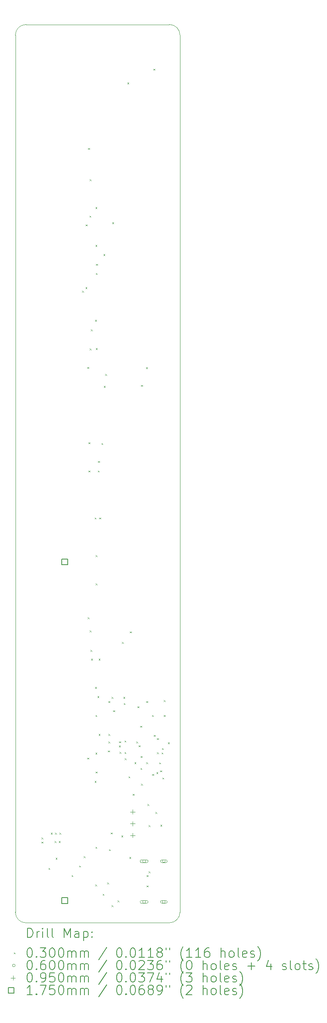
<source format=gbr>
%TF.GenerationSoftware,KiCad,Pcbnew,8.0.7*%
%TF.CreationDate,2024-12-30T17:39:48+01:00*%
%TF.ProjectId,termometer2,7465726d-6f6d-4657-9465-72322e6b6963,rev?*%
%TF.SameCoordinates,Original*%
%TF.FileFunction,Drillmap*%
%TF.FilePolarity,Positive*%
%FSLAX45Y45*%
G04 Gerber Fmt 4.5, Leading zero omitted, Abs format (unit mm)*
G04 Created by KiCad (PCBNEW 8.0.7) date 2024-12-30 17:39:48*
%MOMM*%
%LPD*%
G01*
G04 APERTURE LIST*
%ADD10C,0.050000*%
%ADD11C,0.200000*%
%ADD12C,0.100000*%
%ADD13C,0.175000*%
G04 APERTURE END LIST*
D10*
X11930000Y-22925000D02*
G75*
G02*
X11705000Y-23150000I-225000J0D01*
G01*
X8430000Y-22925000D02*
X8430000Y-4275000D01*
X8430000Y-4275000D02*
G75*
G02*
X8655000Y-4050000I225000J0D01*
G01*
X8655000Y-23150000D02*
G75*
G02*
X8430000Y-22925000I0J225000D01*
G01*
X11705000Y-23150000D02*
X8655000Y-23150000D01*
X11705000Y-4050000D02*
G75*
G02*
X11930000Y-4275000I0J-225000D01*
G01*
X8655000Y-4050000D02*
X11705000Y-4050000D01*
X11930000Y-4275000D02*
X11930000Y-22925000D01*
D11*
D12*
X8985000Y-21335000D02*
X9015000Y-21365000D01*
X9015000Y-21335000D02*
X8985000Y-21365000D01*
X8985000Y-21425000D02*
X9015000Y-21455000D01*
X9015000Y-21425000D02*
X8985000Y-21455000D01*
X9135000Y-21985000D02*
X9165000Y-22015000D01*
X9165000Y-21985000D02*
X9135000Y-22015000D01*
X9185000Y-21235000D02*
X9215000Y-21265000D01*
X9215000Y-21235000D02*
X9185000Y-21265000D01*
X9265000Y-21415000D02*
X9295000Y-21445000D01*
X9295000Y-21415000D02*
X9265000Y-21445000D01*
X9275000Y-21235000D02*
X9305000Y-21265000D01*
X9305000Y-21235000D02*
X9275000Y-21265000D01*
X9285000Y-21770000D02*
X9315000Y-21800000D01*
X9315000Y-21770000D02*
X9285000Y-21800000D01*
X9355000Y-21415000D02*
X9385000Y-21445000D01*
X9385000Y-21415000D02*
X9355000Y-21445000D01*
X9365000Y-21235000D02*
X9395000Y-21265000D01*
X9395000Y-21235000D02*
X9365000Y-21265000D01*
X9625000Y-22135000D02*
X9655000Y-22165000D01*
X9655000Y-22135000D02*
X9625000Y-22165000D01*
X9785000Y-21935000D02*
X9815000Y-21965000D01*
X9815000Y-21935000D02*
X9785000Y-21965000D01*
X9850000Y-9710000D02*
X9880000Y-9740000D01*
X9880000Y-9710000D02*
X9850000Y-9740000D01*
X9885000Y-21735000D02*
X9915000Y-21765000D01*
X9915000Y-21735000D02*
X9885000Y-21765000D01*
X9920000Y-9635000D02*
X9950000Y-9665000D01*
X9950000Y-9635000D02*
X9920000Y-9665000D01*
X9926102Y-8303557D02*
X9956102Y-8333557D01*
X9956102Y-8303557D02*
X9926102Y-8333557D01*
X9960000Y-11335000D02*
X9990000Y-11365000D01*
X9990000Y-11335000D02*
X9960000Y-11365000D01*
X9960000Y-19639258D02*
X9990000Y-19669258D01*
X9990000Y-19639258D02*
X9960000Y-19669258D01*
X9970000Y-16655000D02*
X10000000Y-16685000D01*
X10000000Y-16655000D02*
X9970000Y-16685000D01*
X9977845Y-6677845D02*
X10007845Y-6707845D01*
X10007845Y-6677845D02*
X9977845Y-6707845D01*
X9985000Y-12935000D02*
X10015000Y-12965000D01*
X10015000Y-12935000D02*
X9985000Y-12965000D01*
X9985000Y-13535000D02*
X10015000Y-13565000D01*
X10015000Y-13535000D02*
X9985000Y-13565000D01*
X10005912Y-8116654D02*
X10035912Y-8146654D01*
X10035912Y-8116654D02*
X10005912Y-8146654D01*
X10010000Y-7342760D02*
X10040000Y-7372760D01*
X10040000Y-7342760D02*
X10010000Y-7372760D01*
X10010000Y-10937534D02*
X10040000Y-10967534D01*
X10040000Y-10937534D02*
X10010000Y-10967534D01*
X10010000Y-16935000D02*
X10040000Y-16965000D01*
X10040000Y-16935000D02*
X10010000Y-16965000D01*
X10027690Y-17350000D02*
X10057690Y-17380000D01*
X10057690Y-17350000D02*
X10027690Y-17380000D01*
X10035000Y-10535000D02*
X10065000Y-10565000D01*
X10065000Y-10535000D02*
X10035000Y-10565000D01*
X10040545Y-17535585D02*
X10070545Y-17565585D01*
X10070545Y-17535585D02*
X10040545Y-17565585D01*
X10115000Y-14535000D02*
X10145000Y-14565000D01*
X10145000Y-14535000D02*
X10115000Y-14565000D01*
X10115000Y-20135000D02*
X10145000Y-20165000D01*
X10145000Y-20135000D02*
X10115000Y-20165000D01*
X10123366Y-10328736D02*
X10153366Y-10358736D01*
X10153366Y-10328736D02*
X10123366Y-10358736D01*
X10125000Y-18135000D02*
X10155000Y-18165000D01*
X10155000Y-18135000D02*
X10125000Y-18165000D01*
X10128224Y-22334676D02*
X10158224Y-22364676D01*
X10158224Y-22334676D02*
X10128224Y-22364676D01*
X10134208Y-8736132D02*
X10164208Y-8766132D01*
X10164208Y-8736132D02*
X10134208Y-8766132D01*
X10135000Y-7935000D02*
X10165000Y-7965000D01*
X10165000Y-7935000D02*
X10135000Y-7965000D01*
X10135000Y-18735000D02*
X10165000Y-18765000D01*
X10165000Y-18735000D02*
X10135000Y-18765000D01*
X10135000Y-19535000D02*
X10165000Y-19565000D01*
X10165000Y-19535000D02*
X10135000Y-19565000D01*
X10135000Y-21535000D02*
X10165000Y-21565000D01*
X10165000Y-21535000D02*
X10135000Y-21565000D01*
X10138600Y-15935648D02*
X10168600Y-15965648D01*
X10168600Y-15935648D02*
X10138600Y-15965648D01*
X10139121Y-19936441D02*
X10169121Y-19966441D01*
X10169121Y-19936441D02*
X10139121Y-19966441D01*
X10140000Y-15335000D02*
X10170000Y-15365000D01*
X10170000Y-15335000D02*
X10140000Y-15365000D01*
X10141630Y-10930370D02*
X10171630Y-10960370D01*
X10171630Y-10930370D02*
X10141630Y-10960370D01*
X10143570Y-9335000D02*
X10173570Y-9365000D01*
X10173570Y-9335000D02*
X10143570Y-9365000D01*
X10145895Y-9140349D02*
X10175895Y-9170349D01*
X10175895Y-9140349D02*
X10145895Y-9170349D01*
X10175341Y-18332007D02*
X10205341Y-18362007D01*
X10205341Y-18332007D02*
X10175341Y-18362007D01*
X10185000Y-13535000D02*
X10215000Y-13565000D01*
X10215000Y-13535000D02*
X10185000Y-13565000D01*
X10190000Y-13330000D02*
X10220000Y-13360000D01*
X10220000Y-13330000D02*
X10190000Y-13360000D01*
X10200154Y-19135041D02*
X10230154Y-19165041D01*
X10230154Y-19135041D02*
X10200154Y-19165041D01*
X10200311Y-17535000D02*
X10230311Y-17565000D01*
X10230311Y-17535000D02*
X10200311Y-17565000D01*
X10212000Y-14535000D02*
X10242000Y-14565000D01*
X10242000Y-14535000D02*
X10212000Y-14565000D01*
X10259866Y-12950695D02*
X10289866Y-12980695D01*
X10289866Y-12950695D02*
X10259866Y-12980695D01*
X10285000Y-22535000D02*
X10315000Y-22565000D01*
X10315000Y-22535000D02*
X10285000Y-22565000D01*
X10302276Y-8931265D02*
X10332276Y-8961265D01*
X10332276Y-8931265D02*
X10302276Y-8961265D01*
X10310000Y-11735000D02*
X10340000Y-11765000D01*
X10340000Y-11735000D02*
X10310000Y-11765000D01*
X10340000Y-11481390D02*
X10370000Y-11511390D01*
X10370000Y-11481390D02*
X10340000Y-11511390D01*
X10385000Y-22295000D02*
X10415000Y-22325000D01*
X10415000Y-22295000D02*
X10385000Y-22325000D01*
X10402157Y-19485000D02*
X10432157Y-19515000D01*
X10432157Y-19485000D02*
X10402157Y-19515000D01*
X10410000Y-18435000D02*
X10440000Y-18465000D01*
X10440000Y-18435000D02*
X10410000Y-18465000D01*
X10410000Y-19135000D02*
X10440000Y-19165000D01*
X10440000Y-19135000D02*
X10410000Y-19165000D01*
X10410000Y-19297500D02*
X10440000Y-19327500D01*
X10440000Y-19297500D02*
X10410000Y-19327500D01*
X10420000Y-21585000D02*
X10450000Y-21615000D01*
X10450000Y-21585000D02*
X10420000Y-21615000D01*
X10460000Y-21231250D02*
X10490000Y-21261250D01*
X10490000Y-21231250D02*
X10460000Y-21261250D01*
X10475000Y-18348750D02*
X10505000Y-18378750D01*
X10505000Y-18348750D02*
X10475000Y-18378750D01*
X10475000Y-22775000D02*
X10505000Y-22805000D01*
X10505000Y-22775000D02*
X10475000Y-22805000D01*
X10488750Y-8256250D02*
X10518750Y-8286250D01*
X10518750Y-8256250D02*
X10488750Y-8286250D01*
X10512292Y-18632708D02*
X10542292Y-18662708D01*
X10542292Y-18632708D02*
X10512292Y-18662708D01*
X10605000Y-22675000D02*
X10635000Y-22705000D01*
X10635000Y-22675000D02*
X10605000Y-22705000D01*
X10634605Y-19381343D02*
X10664605Y-19411343D01*
X10664605Y-19381343D02*
X10634605Y-19411343D01*
X10635786Y-19290600D02*
X10665786Y-19320600D01*
X10665786Y-19290600D02*
X10635786Y-19320600D01*
X10646117Y-19514193D02*
X10676117Y-19544193D01*
X10676117Y-19514193D02*
X10646117Y-19544193D01*
X10685000Y-21295000D02*
X10715000Y-21325000D01*
X10715000Y-21295000D02*
X10685000Y-21325000D01*
X10695000Y-17181000D02*
X10725000Y-17211000D01*
X10725000Y-17181000D02*
X10695000Y-17211000D01*
X10725000Y-18350000D02*
X10755000Y-18380000D01*
X10755000Y-18350000D02*
X10725000Y-18380000D01*
X10734512Y-18480000D02*
X10764512Y-18510000D01*
X10764512Y-18480000D02*
X10734512Y-18510000D01*
X10753076Y-19275000D02*
X10783076Y-19305000D01*
X10783076Y-19275000D02*
X10753076Y-19305000D01*
X10753446Y-19520000D02*
X10783446Y-19550000D01*
X10783446Y-19520000D02*
X10753446Y-19550000D01*
X10755441Y-19650000D02*
X10785441Y-19680000D01*
X10785441Y-19650000D02*
X10755441Y-19680000D01*
X10810000Y-5285000D02*
X10840000Y-5315000D01*
X10840000Y-5285000D02*
X10810000Y-5315000D01*
X10835000Y-20035962D02*
X10865000Y-20065962D01*
X10865000Y-20035962D02*
X10835000Y-20065962D01*
X10855000Y-21751250D02*
X10885000Y-21781250D01*
X10885000Y-21751250D02*
X10855000Y-21781250D01*
X10865000Y-16955000D02*
X10895000Y-16985000D01*
X10895000Y-16955000D02*
X10865000Y-16985000D01*
X10925000Y-20410000D02*
X10955000Y-20440000D01*
X10955000Y-20410000D02*
X10925000Y-20440000D01*
X10965000Y-19735000D02*
X10995000Y-19765000D01*
X10995000Y-19735000D02*
X10965000Y-19765000D01*
X11003572Y-19297500D02*
X11033572Y-19327500D01*
X11033572Y-19297500D02*
X11003572Y-19327500D01*
X11025000Y-18545000D02*
X11055000Y-18575000D01*
X11055000Y-18545000D02*
X11025000Y-18575000D01*
X11051840Y-19378159D02*
X11081840Y-19408159D01*
X11081840Y-19378159D02*
X11051840Y-19408159D01*
X11085000Y-18960000D02*
X11115000Y-18990000D01*
X11115000Y-18960000D02*
X11085000Y-18990000D01*
X11090000Y-19860000D02*
X11120000Y-19890000D01*
X11120000Y-19860000D02*
X11090000Y-19890000D01*
X11095000Y-19605000D02*
X11125000Y-19635000D01*
X11125000Y-19605000D02*
X11095000Y-19635000D01*
X11105000Y-11715000D02*
X11135000Y-11745000D01*
X11135000Y-11715000D02*
X11105000Y-11745000D01*
X11105038Y-20194962D02*
X11135038Y-20224962D01*
X11135038Y-20194962D02*
X11105038Y-20224962D01*
X11207500Y-11336250D02*
X11237500Y-11366250D01*
X11237500Y-11336250D02*
X11207500Y-11366250D01*
X11215000Y-18435000D02*
X11245000Y-18465000D01*
X11245000Y-18435000D02*
X11215000Y-18465000D01*
X11215000Y-19735000D02*
X11245000Y-19765000D01*
X11245000Y-19735000D02*
X11215000Y-19765000D01*
X11220101Y-22358082D02*
X11250101Y-22388082D01*
X11250101Y-22358082D02*
X11220101Y-22388082D01*
X11223557Y-22135481D02*
X11253557Y-22165481D01*
X11253557Y-22135481D02*
X11223557Y-22165481D01*
X11240000Y-20625000D02*
X11270000Y-20655000D01*
X11270000Y-20625000D02*
X11240000Y-20655000D01*
X11264519Y-22055343D02*
X11294519Y-22085343D01*
X11294519Y-22055343D02*
X11264519Y-22085343D01*
X11265000Y-21075000D02*
X11295000Y-21105000D01*
X11295000Y-21075000D02*
X11265000Y-21105000D01*
X11335000Y-18735000D02*
X11365000Y-18765000D01*
X11365000Y-18735000D02*
X11335000Y-18765000D01*
X11338750Y-19986196D02*
X11368750Y-20016196D01*
X11368750Y-19986196D02*
X11338750Y-20016196D01*
X11365000Y-4991250D02*
X11395000Y-5021250D01*
X11395000Y-4991250D02*
X11365000Y-5021250D01*
X11374845Y-19154715D02*
X11404845Y-19184715D01*
X11404845Y-19154715D02*
X11374845Y-19184715D01*
X11410000Y-20795000D02*
X11440000Y-20825000D01*
X11440000Y-20795000D02*
X11410000Y-20825000D01*
X11429054Y-19949341D02*
X11459054Y-19979341D01*
X11459054Y-19949341D02*
X11429054Y-19979341D01*
X11440000Y-19225000D02*
X11470000Y-19255000D01*
X11470000Y-19225000D02*
X11440000Y-19255000D01*
X11440000Y-19525000D02*
X11470000Y-19555000D01*
X11470000Y-19525000D02*
X11440000Y-19555000D01*
X11490000Y-19740000D02*
X11520000Y-19770000D01*
X11520000Y-19740000D02*
X11490000Y-19770000D01*
X11510000Y-19910000D02*
X11540000Y-19940000D01*
X11540000Y-19910000D02*
X11510000Y-19940000D01*
X11515000Y-21065000D02*
X11545000Y-21095000D01*
X11545000Y-21065000D02*
X11515000Y-21095000D01*
X11539625Y-19529625D02*
X11569625Y-19559625D01*
X11569625Y-19529625D02*
X11539625Y-19559625D01*
X11545538Y-19435009D02*
X11575538Y-19465009D01*
X11575538Y-19435009D02*
X11545538Y-19465009D01*
X11556529Y-20062283D02*
X11586529Y-20092283D01*
X11586529Y-20062283D02*
X11556529Y-20092283D01*
X11584038Y-18415962D02*
X11614038Y-18445962D01*
X11614038Y-18415962D02*
X11584038Y-18445962D01*
X11585000Y-18735000D02*
X11615000Y-18765000D01*
X11615000Y-18735000D02*
X11585000Y-18765000D01*
X11675538Y-19315000D02*
X11705538Y-19345000D01*
X11705538Y-19315000D02*
X11675538Y-19345000D01*
X11197019Y-21840519D02*
G75*
G02*
X11137019Y-21840519I-30000J0D01*
G01*
X11137019Y-21840519D02*
G75*
G02*
X11197019Y-21840519I30000J0D01*
G01*
X11222019Y-21810519D02*
X11112019Y-21810519D01*
X11112019Y-21870519D02*
G75*
G02*
X11112019Y-21810519I0J30000D01*
G01*
X11112019Y-21870519D02*
X11222019Y-21870519D01*
X11222019Y-21870519D02*
G75*
G03*
X11222019Y-21810519I0J30000D01*
G01*
X11197019Y-22704519D02*
G75*
G02*
X11137019Y-22704519I-30000J0D01*
G01*
X11137019Y-22704519D02*
G75*
G02*
X11197019Y-22704519I30000J0D01*
G01*
X11222019Y-22674519D02*
X11112019Y-22674519D01*
X11112019Y-22734519D02*
G75*
G02*
X11112019Y-22674519I0J30000D01*
G01*
X11112019Y-22734519D02*
X11222019Y-22734519D01*
X11222019Y-22734519D02*
G75*
G03*
X11222019Y-22674519I0J30000D01*
G01*
X11617019Y-21840519D02*
G75*
G02*
X11557019Y-21840519I-30000J0D01*
G01*
X11557019Y-21840519D02*
G75*
G02*
X11617019Y-21840519I30000J0D01*
G01*
X11627019Y-21810519D02*
X11547019Y-21810519D01*
X11547019Y-21870519D02*
G75*
G02*
X11547019Y-21810519I0J30000D01*
G01*
X11547019Y-21870519D02*
X11627019Y-21870519D01*
X11627019Y-21870519D02*
G75*
G03*
X11627019Y-21810519I0J30000D01*
G01*
X11617019Y-22704519D02*
G75*
G02*
X11557019Y-22704519I-30000J0D01*
G01*
X11557019Y-22704519D02*
G75*
G02*
X11617019Y-22704519I30000J0D01*
G01*
X11627019Y-22674519D02*
X11547019Y-22674519D01*
X11547019Y-22734519D02*
G75*
G02*
X11547019Y-22674519I0J30000D01*
G01*
X11547019Y-22734519D02*
X11627019Y-22734519D01*
X11627019Y-22734519D02*
G75*
G03*
X11627019Y-22674519I0J30000D01*
G01*
X10922500Y-20742500D02*
X10922500Y-20837500D01*
X10875000Y-20790000D02*
X10970000Y-20790000D01*
X10922500Y-20992500D02*
X10922500Y-21087500D01*
X10875000Y-21040000D02*
X10970000Y-21040000D01*
X10922500Y-21242500D02*
X10922500Y-21337500D01*
X10875000Y-21290000D02*
X10970000Y-21290000D01*
D13*
X9541872Y-15536872D02*
X9541872Y-15413128D01*
X9418128Y-15413128D01*
X9418128Y-15536872D01*
X9541872Y-15536872D01*
X9541872Y-22736872D02*
X9541872Y-22613128D01*
X9418128Y-22613128D01*
X9418128Y-22736872D01*
X9541872Y-22736872D01*
D11*
X8688277Y-23463984D02*
X8688277Y-23263984D01*
X8688277Y-23263984D02*
X8735896Y-23263984D01*
X8735896Y-23263984D02*
X8764467Y-23273508D01*
X8764467Y-23273508D02*
X8783515Y-23292555D01*
X8783515Y-23292555D02*
X8793039Y-23311603D01*
X8793039Y-23311603D02*
X8802563Y-23349698D01*
X8802563Y-23349698D02*
X8802563Y-23378269D01*
X8802563Y-23378269D02*
X8793039Y-23416365D01*
X8793039Y-23416365D02*
X8783515Y-23435412D01*
X8783515Y-23435412D02*
X8764467Y-23454460D01*
X8764467Y-23454460D02*
X8735896Y-23463984D01*
X8735896Y-23463984D02*
X8688277Y-23463984D01*
X8888277Y-23463984D02*
X8888277Y-23330650D01*
X8888277Y-23368746D02*
X8897801Y-23349698D01*
X8897801Y-23349698D02*
X8907324Y-23340174D01*
X8907324Y-23340174D02*
X8926372Y-23330650D01*
X8926372Y-23330650D02*
X8945420Y-23330650D01*
X9012086Y-23463984D02*
X9012086Y-23330650D01*
X9012086Y-23263984D02*
X9002563Y-23273508D01*
X9002563Y-23273508D02*
X9012086Y-23283031D01*
X9012086Y-23283031D02*
X9021610Y-23273508D01*
X9021610Y-23273508D02*
X9012086Y-23263984D01*
X9012086Y-23263984D02*
X9012086Y-23283031D01*
X9135896Y-23463984D02*
X9116848Y-23454460D01*
X9116848Y-23454460D02*
X9107324Y-23435412D01*
X9107324Y-23435412D02*
X9107324Y-23263984D01*
X9240658Y-23463984D02*
X9221610Y-23454460D01*
X9221610Y-23454460D02*
X9212086Y-23435412D01*
X9212086Y-23435412D02*
X9212086Y-23263984D01*
X9469229Y-23463984D02*
X9469229Y-23263984D01*
X9469229Y-23263984D02*
X9535896Y-23406841D01*
X9535896Y-23406841D02*
X9602563Y-23263984D01*
X9602563Y-23263984D02*
X9602563Y-23463984D01*
X9783515Y-23463984D02*
X9783515Y-23359222D01*
X9783515Y-23359222D02*
X9773991Y-23340174D01*
X9773991Y-23340174D02*
X9754944Y-23330650D01*
X9754944Y-23330650D02*
X9716848Y-23330650D01*
X9716848Y-23330650D02*
X9697801Y-23340174D01*
X9783515Y-23454460D02*
X9764467Y-23463984D01*
X9764467Y-23463984D02*
X9716848Y-23463984D01*
X9716848Y-23463984D02*
X9697801Y-23454460D01*
X9697801Y-23454460D02*
X9688277Y-23435412D01*
X9688277Y-23435412D02*
X9688277Y-23416365D01*
X9688277Y-23416365D02*
X9697801Y-23397317D01*
X9697801Y-23397317D02*
X9716848Y-23387793D01*
X9716848Y-23387793D02*
X9764467Y-23387793D01*
X9764467Y-23387793D02*
X9783515Y-23378269D01*
X9878753Y-23330650D02*
X9878753Y-23530650D01*
X9878753Y-23340174D02*
X9897801Y-23330650D01*
X9897801Y-23330650D02*
X9935896Y-23330650D01*
X9935896Y-23330650D02*
X9954944Y-23340174D01*
X9954944Y-23340174D02*
X9964467Y-23349698D01*
X9964467Y-23349698D02*
X9973991Y-23368746D01*
X9973991Y-23368746D02*
X9973991Y-23425888D01*
X9973991Y-23425888D02*
X9964467Y-23444936D01*
X9964467Y-23444936D02*
X9954944Y-23454460D01*
X9954944Y-23454460D02*
X9935896Y-23463984D01*
X9935896Y-23463984D02*
X9897801Y-23463984D01*
X9897801Y-23463984D02*
X9878753Y-23454460D01*
X10059705Y-23444936D02*
X10069229Y-23454460D01*
X10069229Y-23454460D02*
X10059705Y-23463984D01*
X10059705Y-23463984D02*
X10050182Y-23454460D01*
X10050182Y-23454460D02*
X10059705Y-23444936D01*
X10059705Y-23444936D02*
X10059705Y-23463984D01*
X10059705Y-23340174D02*
X10069229Y-23349698D01*
X10069229Y-23349698D02*
X10059705Y-23359222D01*
X10059705Y-23359222D02*
X10050182Y-23349698D01*
X10050182Y-23349698D02*
X10059705Y-23340174D01*
X10059705Y-23340174D02*
X10059705Y-23359222D01*
D12*
X8397500Y-23777500D02*
X8427500Y-23807500D01*
X8427500Y-23777500D02*
X8397500Y-23807500D01*
D11*
X8726372Y-23683984D02*
X8745420Y-23683984D01*
X8745420Y-23683984D02*
X8764467Y-23693508D01*
X8764467Y-23693508D02*
X8773991Y-23703031D01*
X8773991Y-23703031D02*
X8783515Y-23722079D01*
X8783515Y-23722079D02*
X8793039Y-23760174D01*
X8793039Y-23760174D02*
X8793039Y-23807793D01*
X8793039Y-23807793D02*
X8783515Y-23845888D01*
X8783515Y-23845888D02*
X8773991Y-23864936D01*
X8773991Y-23864936D02*
X8764467Y-23874460D01*
X8764467Y-23874460D02*
X8745420Y-23883984D01*
X8745420Y-23883984D02*
X8726372Y-23883984D01*
X8726372Y-23883984D02*
X8707324Y-23874460D01*
X8707324Y-23874460D02*
X8697801Y-23864936D01*
X8697801Y-23864936D02*
X8688277Y-23845888D01*
X8688277Y-23845888D02*
X8678753Y-23807793D01*
X8678753Y-23807793D02*
X8678753Y-23760174D01*
X8678753Y-23760174D02*
X8688277Y-23722079D01*
X8688277Y-23722079D02*
X8697801Y-23703031D01*
X8697801Y-23703031D02*
X8707324Y-23693508D01*
X8707324Y-23693508D02*
X8726372Y-23683984D01*
X8878753Y-23864936D02*
X8888277Y-23874460D01*
X8888277Y-23874460D02*
X8878753Y-23883984D01*
X8878753Y-23883984D02*
X8869229Y-23874460D01*
X8869229Y-23874460D02*
X8878753Y-23864936D01*
X8878753Y-23864936D02*
X8878753Y-23883984D01*
X8954944Y-23683984D02*
X9078753Y-23683984D01*
X9078753Y-23683984D02*
X9012086Y-23760174D01*
X9012086Y-23760174D02*
X9040658Y-23760174D01*
X9040658Y-23760174D02*
X9059705Y-23769698D01*
X9059705Y-23769698D02*
X9069229Y-23779222D01*
X9069229Y-23779222D02*
X9078753Y-23798269D01*
X9078753Y-23798269D02*
X9078753Y-23845888D01*
X9078753Y-23845888D02*
X9069229Y-23864936D01*
X9069229Y-23864936D02*
X9059705Y-23874460D01*
X9059705Y-23874460D02*
X9040658Y-23883984D01*
X9040658Y-23883984D02*
X8983515Y-23883984D01*
X8983515Y-23883984D02*
X8964467Y-23874460D01*
X8964467Y-23874460D02*
X8954944Y-23864936D01*
X9202563Y-23683984D02*
X9221610Y-23683984D01*
X9221610Y-23683984D02*
X9240658Y-23693508D01*
X9240658Y-23693508D02*
X9250182Y-23703031D01*
X9250182Y-23703031D02*
X9259705Y-23722079D01*
X9259705Y-23722079D02*
X9269229Y-23760174D01*
X9269229Y-23760174D02*
X9269229Y-23807793D01*
X9269229Y-23807793D02*
X9259705Y-23845888D01*
X9259705Y-23845888D02*
X9250182Y-23864936D01*
X9250182Y-23864936D02*
X9240658Y-23874460D01*
X9240658Y-23874460D02*
X9221610Y-23883984D01*
X9221610Y-23883984D02*
X9202563Y-23883984D01*
X9202563Y-23883984D02*
X9183515Y-23874460D01*
X9183515Y-23874460D02*
X9173991Y-23864936D01*
X9173991Y-23864936D02*
X9164467Y-23845888D01*
X9164467Y-23845888D02*
X9154944Y-23807793D01*
X9154944Y-23807793D02*
X9154944Y-23760174D01*
X9154944Y-23760174D02*
X9164467Y-23722079D01*
X9164467Y-23722079D02*
X9173991Y-23703031D01*
X9173991Y-23703031D02*
X9183515Y-23693508D01*
X9183515Y-23693508D02*
X9202563Y-23683984D01*
X9393039Y-23683984D02*
X9412086Y-23683984D01*
X9412086Y-23683984D02*
X9431134Y-23693508D01*
X9431134Y-23693508D02*
X9440658Y-23703031D01*
X9440658Y-23703031D02*
X9450182Y-23722079D01*
X9450182Y-23722079D02*
X9459705Y-23760174D01*
X9459705Y-23760174D02*
X9459705Y-23807793D01*
X9459705Y-23807793D02*
X9450182Y-23845888D01*
X9450182Y-23845888D02*
X9440658Y-23864936D01*
X9440658Y-23864936D02*
X9431134Y-23874460D01*
X9431134Y-23874460D02*
X9412086Y-23883984D01*
X9412086Y-23883984D02*
X9393039Y-23883984D01*
X9393039Y-23883984D02*
X9373991Y-23874460D01*
X9373991Y-23874460D02*
X9364467Y-23864936D01*
X9364467Y-23864936D02*
X9354944Y-23845888D01*
X9354944Y-23845888D02*
X9345420Y-23807793D01*
X9345420Y-23807793D02*
X9345420Y-23760174D01*
X9345420Y-23760174D02*
X9354944Y-23722079D01*
X9354944Y-23722079D02*
X9364467Y-23703031D01*
X9364467Y-23703031D02*
X9373991Y-23693508D01*
X9373991Y-23693508D02*
X9393039Y-23683984D01*
X9545420Y-23883984D02*
X9545420Y-23750650D01*
X9545420Y-23769698D02*
X9554944Y-23760174D01*
X9554944Y-23760174D02*
X9573991Y-23750650D01*
X9573991Y-23750650D02*
X9602563Y-23750650D01*
X9602563Y-23750650D02*
X9621610Y-23760174D01*
X9621610Y-23760174D02*
X9631134Y-23779222D01*
X9631134Y-23779222D02*
X9631134Y-23883984D01*
X9631134Y-23779222D02*
X9640658Y-23760174D01*
X9640658Y-23760174D02*
X9659705Y-23750650D01*
X9659705Y-23750650D02*
X9688277Y-23750650D01*
X9688277Y-23750650D02*
X9707325Y-23760174D01*
X9707325Y-23760174D02*
X9716848Y-23779222D01*
X9716848Y-23779222D02*
X9716848Y-23883984D01*
X9812086Y-23883984D02*
X9812086Y-23750650D01*
X9812086Y-23769698D02*
X9821610Y-23760174D01*
X9821610Y-23760174D02*
X9840658Y-23750650D01*
X9840658Y-23750650D02*
X9869229Y-23750650D01*
X9869229Y-23750650D02*
X9888277Y-23760174D01*
X9888277Y-23760174D02*
X9897801Y-23779222D01*
X9897801Y-23779222D02*
X9897801Y-23883984D01*
X9897801Y-23779222D02*
X9907325Y-23760174D01*
X9907325Y-23760174D02*
X9926372Y-23750650D01*
X9926372Y-23750650D02*
X9954944Y-23750650D01*
X9954944Y-23750650D02*
X9973991Y-23760174D01*
X9973991Y-23760174D02*
X9983515Y-23779222D01*
X9983515Y-23779222D02*
X9983515Y-23883984D01*
X10373991Y-23674460D02*
X10202563Y-23931603D01*
X10631134Y-23683984D02*
X10650182Y-23683984D01*
X10650182Y-23683984D02*
X10669229Y-23693508D01*
X10669229Y-23693508D02*
X10678753Y-23703031D01*
X10678753Y-23703031D02*
X10688277Y-23722079D01*
X10688277Y-23722079D02*
X10697801Y-23760174D01*
X10697801Y-23760174D02*
X10697801Y-23807793D01*
X10697801Y-23807793D02*
X10688277Y-23845888D01*
X10688277Y-23845888D02*
X10678753Y-23864936D01*
X10678753Y-23864936D02*
X10669229Y-23874460D01*
X10669229Y-23874460D02*
X10650182Y-23883984D01*
X10650182Y-23883984D02*
X10631134Y-23883984D01*
X10631134Y-23883984D02*
X10612087Y-23874460D01*
X10612087Y-23874460D02*
X10602563Y-23864936D01*
X10602563Y-23864936D02*
X10593039Y-23845888D01*
X10593039Y-23845888D02*
X10583515Y-23807793D01*
X10583515Y-23807793D02*
X10583515Y-23760174D01*
X10583515Y-23760174D02*
X10593039Y-23722079D01*
X10593039Y-23722079D02*
X10602563Y-23703031D01*
X10602563Y-23703031D02*
X10612087Y-23693508D01*
X10612087Y-23693508D02*
X10631134Y-23683984D01*
X10783515Y-23864936D02*
X10793039Y-23874460D01*
X10793039Y-23874460D02*
X10783515Y-23883984D01*
X10783515Y-23883984D02*
X10773991Y-23874460D01*
X10773991Y-23874460D02*
X10783515Y-23864936D01*
X10783515Y-23864936D02*
X10783515Y-23883984D01*
X10916848Y-23683984D02*
X10935896Y-23683984D01*
X10935896Y-23683984D02*
X10954944Y-23693508D01*
X10954944Y-23693508D02*
X10964468Y-23703031D01*
X10964468Y-23703031D02*
X10973991Y-23722079D01*
X10973991Y-23722079D02*
X10983515Y-23760174D01*
X10983515Y-23760174D02*
X10983515Y-23807793D01*
X10983515Y-23807793D02*
X10973991Y-23845888D01*
X10973991Y-23845888D02*
X10964468Y-23864936D01*
X10964468Y-23864936D02*
X10954944Y-23874460D01*
X10954944Y-23874460D02*
X10935896Y-23883984D01*
X10935896Y-23883984D02*
X10916848Y-23883984D01*
X10916848Y-23883984D02*
X10897801Y-23874460D01*
X10897801Y-23874460D02*
X10888277Y-23864936D01*
X10888277Y-23864936D02*
X10878753Y-23845888D01*
X10878753Y-23845888D02*
X10869229Y-23807793D01*
X10869229Y-23807793D02*
X10869229Y-23760174D01*
X10869229Y-23760174D02*
X10878753Y-23722079D01*
X10878753Y-23722079D02*
X10888277Y-23703031D01*
X10888277Y-23703031D02*
X10897801Y-23693508D01*
X10897801Y-23693508D02*
X10916848Y-23683984D01*
X11173991Y-23883984D02*
X11059706Y-23883984D01*
X11116848Y-23883984D02*
X11116848Y-23683984D01*
X11116848Y-23683984D02*
X11097801Y-23712555D01*
X11097801Y-23712555D02*
X11078753Y-23731603D01*
X11078753Y-23731603D02*
X11059706Y-23741127D01*
X11364467Y-23883984D02*
X11250182Y-23883984D01*
X11307325Y-23883984D02*
X11307325Y-23683984D01*
X11307325Y-23683984D02*
X11288277Y-23712555D01*
X11288277Y-23712555D02*
X11269229Y-23731603D01*
X11269229Y-23731603D02*
X11250182Y-23741127D01*
X11478753Y-23769698D02*
X11459706Y-23760174D01*
X11459706Y-23760174D02*
X11450182Y-23750650D01*
X11450182Y-23750650D02*
X11440658Y-23731603D01*
X11440658Y-23731603D02*
X11440658Y-23722079D01*
X11440658Y-23722079D02*
X11450182Y-23703031D01*
X11450182Y-23703031D02*
X11459706Y-23693508D01*
X11459706Y-23693508D02*
X11478753Y-23683984D01*
X11478753Y-23683984D02*
X11516848Y-23683984D01*
X11516848Y-23683984D02*
X11535896Y-23693508D01*
X11535896Y-23693508D02*
X11545420Y-23703031D01*
X11545420Y-23703031D02*
X11554944Y-23722079D01*
X11554944Y-23722079D02*
X11554944Y-23731603D01*
X11554944Y-23731603D02*
X11545420Y-23750650D01*
X11545420Y-23750650D02*
X11535896Y-23760174D01*
X11535896Y-23760174D02*
X11516848Y-23769698D01*
X11516848Y-23769698D02*
X11478753Y-23769698D01*
X11478753Y-23769698D02*
X11459706Y-23779222D01*
X11459706Y-23779222D02*
X11450182Y-23788746D01*
X11450182Y-23788746D02*
X11440658Y-23807793D01*
X11440658Y-23807793D02*
X11440658Y-23845888D01*
X11440658Y-23845888D02*
X11450182Y-23864936D01*
X11450182Y-23864936D02*
X11459706Y-23874460D01*
X11459706Y-23874460D02*
X11478753Y-23883984D01*
X11478753Y-23883984D02*
X11516848Y-23883984D01*
X11516848Y-23883984D02*
X11535896Y-23874460D01*
X11535896Y-23874460D02*
X11545420Y-23864936D01*
X11545420Y-23864936D02*
X11554944Y-23845888D01*
X11554944Y-23845888D02*
X11554944Y-23807793D01*
X11554944Y-23807793D02*
X11545420Y-23788746D01*
X11545420Y-23788746D02*
X11535896Y-23779222D01*
X11535896Y-23779222D02*
X11516848Y-23769698D01*
X11631134Y-23683984D02*
X11631134Y-23722079D01*
X11707325Y-23683984D02*
X11707325Y-23722079D01*
X12002563Y-23960174D02*
X11993039Y-23950650D01*
X11993039Y-23950650D02*
X11973991Y-23922079D01*
X11973991Y-23922079D02*
X11964468Y-23903031D01*
X11964468Y-23903031D02*
X11954944Y-23874460D01*
X11954944Y-23874460D02*
X11945420Y-23826841D01*
X11945420Y-23826841D02*
X11945420Y-23788746D01*
X11945420Y-23788746D02*
X11954944Y-23741127D01*
X11954944Y-23741127D02*
X11964468Y-23712555D01*
X11964468Y-23712555D02*
X11973991Y-23693508D01*
X11973991Y-23693508D02*
X11993039Y-23664936D01*
X11993039Y-23664936D02*
X12002563Y-23655412D01*
X12183515Y-23883984D02*
X12069229Y-23883984D01*
X12126372Y-23883984D02*
X12126372Y-23683984D01*
X12126372Y-23683984D02*
X12107325Y-23712555D01*
X12107325Y-23712555D02*
X12088277Y-23731603D01*
X12088277Y-23731603D02*
X12069229Y-23741127D01*
X12373991Y-23883984D02*
X12259706Y-23883984D01*
X12316848Y-23883984D02*
X12316848Y-23683984D01*
X12316848Y-23683984D02*
X12297801Y-23712555D01*
X12297801Y-23712555D02*
X12278753Y-23731603D01*
X12278753Y-23731603D02*
X12259706Y-23741127D01*
X12545420Y-23683984D02*
X12507325Y-23683984D01*
X12507325Y-23683984D02*
X12488277Y-23693508D01*
X12488277Y-23693508D02*
X12478753Y-23703031D01*
X12478753Y-23703031D02*
X12459706Y-23731603D01*
X12459706Y-23731603D02*
X12450182Y-23769698D01*
X12450182Y-23769698D02*
X12450182Y-23845888D01*
X12450182Y-23845888D02*
X12459706Y-23864936D01*
X12459706Y-23864936D02*
X12469229Y-23874460D01*
X12469229Y-23874460D02*
X12488277Y-23883984D01*
X12488277Y-23883984D02*
X12526372Y-23883984D01*
X12526372Y-23883984D02*
X12545420Y-23874460D01*
X12545420Y-23874460D02*
X12554944Y-23864936D01*
X12554944Y-23864936D02*
X12564468Y-23845888D01*
X12564468Y-23845888D02*
X12564468Y-23798269D01*
X12564468Y-23798269D02*
X12554944Y-23779222D01*
X12554944Y-23779222D02*
X12545420Y-23769698D01*
X12545420Y-23769698D02*
X12526372Y-23760174D01*
X12526372Y-23760174D02*
X12488277Y-23760174D01*
X12488277Y-23760174D02*
X12469229Y-23769698D01*
X12469229Y-23769698D02*
X12459706Y-23779222D01*
X12459706Y-23779222D02*
X12450182Y-23798269D01*
X12802563Y-23883984D02*
X12802563Y-23683984D01*
X12888277Y-23883984D02*
X12888277Y-23779222D01*
X12888277Y-23779222D02*
X12878753Y-23760174D01*
X12878753Y-23760174D02*
X12859706Y-23750650D01*
X12859706Y-23750650D02*
X12831134Y-23750650D01*
X12831134Y-23750650D02*
X12812087Y-23760174D01*
X12812087Y-23760174D02*
X12802563Y-23769698D01*
X13012087Y-23883984D02*
X12993039Y-23874460D01*
X12993039Y-23874460D02*
X12983515Y-23864936D01*
X12983515Y-23864936D02*
X12973991Y-23845888D01*
X12973991Y-23845888D02*
X12973991Y-23788746D01*
X12973991Y-23788746D02*
X12983515Y-23769698D01*
X12983515Y-23769698D02*
X12993039Y-23760174D01*
X12993039Y-23760174D02*
X13012087Y-23750650D01*
X13012087Y-23750650D02*
X13040658Y-23750650D01*
X13040658Y-23750650D02*
X13059706Y-23760174D01*
X13059706Y-23760174D02*
X13069230Y-23769698D01*
X13069230Y-23769698D02*
X13078753Y-23788746D01*
X13078753Y-23788746D02*
X13078753Y-23845888D01*
X13078753Y-23845888D02*
X13069230Y-23864936D01*
X13069230Y-23864936D02*
X13059706Y-23874460D01*
X13059706Y-23874460D02*
X13040658Y-23883984D01*
X13040658Y-23883984D02*
X13012087Y-23883984D01*
X13193039Y-23883984D02*
X13173991Y-23874460D01*
X13173991Y-23874460D02*
X13164468Y-23855412D01*
X13164468Y-23855412D02*
X13164468Y-23683984D01*
X13345420Y-23874460D02*
X13326372Y-23883984D01*
X13326372Y-23883984D02*
X13288277Y-23883984D01*
X13288277Y-23883984D02*
X13269230Y-23874460D01*
X13269230Y-23874460D02*
X13259706Y-23855412D01*
X13259706Y-23855412D02*
X13259706Y-23779222D01*
X13259706Y-23779222D02*
X13269230Y-23760174D01*
X13269230Y-23760174D02*
X13288277Y-23750650D01*
X13288277Y-23750650D02*
X13326372Y-23750650D01*
X13326372Y-23750650D02*
X13345420Y-23760174D01*
X13345420Y-23760174D02*
X13354944Y-23779222D01*
X13354944Y-23779222D02*
X13354944Y-23798269D01*
X13354944Y-23798269D02*
X13259706Y-23817317D01*
X13431134Y-23874460D02*
X13450182Y-23883984D01*
X13450182Y-23883984D02*
X13488277Y-23883984D01*
X13488277Y-23883984D02*
X13507325Y-23874460D01*
X13507325Y-23874460D02*
X13516849Y-23855412D01*
X13516849Y-23855412D02*
X13516849Y-23845888D01*
X13516849Y-23845888D02*
X13507325Y-23826841D01*
X13507325Y-23826841D02*
X13488277Y-23817317D01*
X13488277Y-23817317D02*
X13459706Y-23817317D01*
X13459706Y-23817317D02*
X13440658Y-23807793D01*
X13440658Y-23807793D02*
X13431134Y-23788746D01*
X13431134Y-23788746D02*
X13431134Y-23779222D01*
X13431134Y-23779222D02*
X13440658Y-23760174D01*
X13440658Y-23760174D02*
X13459706Y-23750650D01*
X13459706Y-23750650D02*
X13488277Y-23750650D01*
X13488277Y-23750650D02*
X13507325Y-23760174D01*
X13583515Y-23960174D02*
X13593039Y-23950650D01*
X13593039Y-23950650D02*
X13612087Y-23922079D01*
X13612087Y-23922079D02*
X13621611Y-23903031D01*
X13621611Y-23903031D02*
X13631134Y-23874460D01*
X13631134Y-23874460D02*
X13640658Y-23826841D01*
X13640658Y-23826841D02*
X13640658Y-23788746D01*
X13640658Y-23788746D02*
X13631134Y-23741127D01*
X13631134Y-23741127D02*
X13621611Y-23712555D01*
X13621611Y-23712555D02*
X13612087Y-23693508D01*
X13612087Y-23693508D02*
X13593039Y-23664936D01*
X13593039Y-23664936D02*
X13583515Y-23655412D01*
D12*
X8427500Y-24056500D02*
G75*
G02*
X8367500Y-24056500I-30000J0D01*
G01*
X8367500Y-24056500D02*
G75*
G02*
X8427500Y-24056500I30000J0D01*
G01*
D11*
X8726372Y-23947984D02*
X8745420Y-23947984D01*
X8745420Y-23947984D02*
X8764467Y-23957508D01*
X8764467Y-23957508D02*
X8773991Y-23967031D01*
X8773991Y-23967031D02*
X8783515Y-23986079D01*
X8783515Y-23986079D02*
X8793039Y-24024174D01*
X8793039Y-24024174D02*
X8793039Y-24071793D01*
X8793039Y-24071793D02*
X8783515Y-24109888D01*
X8783515Y-24109888D02*
X8773991Y-24128936D01*
X8773991Y-24128936D02*
X8764467Y-24138460D01*
X8764467Y-24138460D02*
X8745420Y-24147984D01*
X8745420Y-24147984D02*
X8726372Y-24147984D01*
X8726372Y-24147984D02*
X8707324Y-24138460D01*
X8707324Y-24138460D02*
X8697801Y-24128936D01*
X8697801Y-24128936D02*
X8688277Y-24109888D01*
X8688277Y-24109888D02*
X8678753Y-24071793D01*
X8678753Y-24071793D02*
X8678753Y-24024174D01*
X8678753Y-24024174D02*
X8688277Y-23986079D01*
X8688277Y-23986079D02*
X8697801Y-23967031D01*
X8697801Y-23967031D02*
X8707324Y-23957508D01*
X8707324Y-23957508D02*
X8726372Y-23947984D01*
X8878753Y-24128936D02*
X8888277Y-24138460D01*
X8888277Y-24138460D02*
X8878753Y-24147984D01*
X8878753Y-24147984D02*
X8869229Y-24138460D01*
X8869229Y-24138460D02*
X8878753Y-24128936D01*
X8878753Y-24128936D02*
X8878753Y-24147984D01*
X9059705Y-23947984D02*
X9021610Y-23947984D01*
X9021610Y-23947984D02*
X9002563Y-23957508D01*
X9002563Y-23957508D02*
X8993039Y-23967031D01*
X8993039Y-23967031D02*
X8973991Y-23995603D01*
X8973991Y-23995603D02*
X8964467Y-24033698D01*
X8964467Y-24033698D02*
X8964467Y-24109888D01*
X8964467Y-24109888D02*
X8973991Y-24128936D01*
X8973991Y-24128936D02*
X8983515Y-24138460D01*
X8983515Y-24138460D02*
X9002563Y-24147984D01*
X9002563Y-24147984D02*
X9040658Y-24147984D01*
X9040658Y-24147984D02*
X9059705Y-24138460D01*
X9059705Y-24138460D02*
X9069229Y-24128936D01*
X9069229Y-24128936D02*
X9078753Y-24109888D01*
X9078753Y-24109888D02*
X9078753Y-24062269D01*
X9078753Y-24062269D02*
X9069229Y-24043222D01*
X9069229Y-24043222D02*
X9059705Y-24033698D01*
X9059705Y-24033698D02*
X9040658Y-24024174D01*
X9040658Y-24024174D02*
X9002563Y-24024174D01*
X9002563Y-24024174D02*
X8983515Y-24033698D01*
X8983515Y-24033698D02*
X8973991Y-24043222D01*
X8973991Y-24043222D02*
X8964467Y-24062269D01*
X9202563Y-23947984D02*
X9221610Y-23947984D01*
X9221610Y-23947984D02*
X9240658Y-23957508D01*
X9240658Y-23957508D02*
X9250182Y-23967031D01*
X9250182Y-23967031D02*
X9259705Y-23986079D01*
X9259705Y-23986079D02*
X9269229Y-24024174D01*
X9269229Y-24024174D02*
X9269229Y-24071793D01*
X9269229Y-24071793D02*
X9259705Y-24109888D01*
X9259705Y-24109888D02*
X9250182Y-24128936D01*
X9250182Y-24128936D02*
X9240658Y-24138460D01*
X9240658Y-24138460D02*
X9221610Y-24147984D01*
X9221610Y-24147984D02*
X9202563Y-24147984D01*
X9202563Y-24147984D02*
X9183515Y-24138460D01*
X9183515Y-24138460D02*
X9173991Y-24128936D01*
X9173991Y-24128936D02*
X9164467Y-24109888D01*
X9164467Y-24109888D02*
X9154944Y-24071793D01*
X9154944Y-24071793D02*
X9154944Y-24024174D01*
X9154944Y-24024174D02*
X9164467Y-23986079D01*
X9164467Y-23986079D02*
X9173991Y-23967031D01*
X9173991Y-23967031D02*
X9183515Y-23957508D01*
X9183515Y-23957508D02*
X9202563Y-23947984D01*
X9393039Y-23947984D02*
X9412086Y-23947984D01*
X9412086Y-23947984D02*
X9431134Y-23957508D01*
X9431134Y-23957508D02*
X9440658Y-23967031D01*
X9440658Y-23967031D02*
X9450182Y-23986079D01*
X9450182Y-23986079D02*
X9459705Y-24024174D01*
X9459705Y-24024174D02*
X9459705Y-24071793D01*
X9459705Y-24071793D02*
X9450182Y-24109888D01*
X9450182Y-24109888D02*
X9440658Y-24128936D01*
X9440658Y-24128936D02*
X9431134Y-24138460D01*
X9431134Y-24138460D02*
X9412086Y-24147984D01*
X9412086Y-24147984D02*
X9393039Y-24147984D01*
X9393039Y-24147984D02*
X9373991Y-24138460D01*
X9373991Y-24138460D02*
X9364467Y-24128936D01*
X9364467Y-24128936D02*
X9354944Y-24109888D01*
X9354944Y-24109888D02*
X9345420Y-24071793D01*
X9345420Y-24071793D02*
X9345420Y-24024174D01*
X9345420Y-24024174D02*
X9354944Y-23986079D01*
X9354944Y-23986079D02*
X9364467Y-23967031D01*
X9364467Y-23967031D02*
X9373991Y-23957508D01*
X9373991Y-23957508D02*
X9393039Y-23947984D01*
X9545420Y-24147984D02*
X9545420Y-24014650D01*
X9545420Y-24033698D02*
X9554944Y-24024174D01*
X9554944Y-24024174D02*
X9573991Y-24014650D01*
X9573991Y-24014650D02*
X9602563Y-24014650D01*
X9602563Y-24014650D02*
X9621610Y-24024174D01*
X9621610Y-24024174D02*
X9631134Y-24043222D01*
X9631134Y-24043222D02*
X9631134Y-24147984D01*
X9631134Y-24043222D02*
X9640658Y-24024174D01*
X9640658Y-24024174D02*
X9659705Y-24014650D01*
X9659705Y-24014650D02*
X9688277Y-24014650D01*
X9688277Y-24014650D02*
X9707325Y-24024174D01*
X9707325Y-24024174D02*
X9716848Y-24043222D01*
X9716848Y-24043222D02*
X9716848Y-24147984D01*
X9812086Y-24147984D02*
X9812086Y-24014650D01*
X9812086Y-24033698D02*
X9821610Y-24024174D01*
X9821610Y-24024174D02*
X9840658Y-24014650D01*
X9840658Y-24014650D02*
X9869229Y-24014650D01*
X9869229Y-24014650D02*
X9888277Y-24024174D01*
X9888277Y-24024174D02*
X9897801Y-24043222D01*
X9897801Y-24043222D02*
X9897801Y-24147984D01*
X9897801Y-24043222D02*
X9907325Y-24024174D01*
X9907325Y-24024174D02*
X9926372Y-24014650D01*
X9926372Y-24014650D02*
X9954944Y-24014650D01*
X9954944Y-24014650D02*
X9973991Y-24024174D01*
X9973991Y-24024174D02*
X9983515Y-24043222D01*
X9983515Y-24043222D02*
X9983515Y-24147984D01*
X10373991Y-23938460D02*
X10202563Y-24195603D01*
X10631134Y-23947984D02*
X10650182Y-23947984D01*
X10650182Y-23947984D02*
X10669229Y-23957508D01*
X10669229Y-23957508D02*
X10678753Y-23967031D01*
X10678753Y-23967031D02*
X10688277Y-23986079D01*
X10688277Y-23986079D02*
X10697801Y-24024174D01*
X10697801Y-24024174D02*
X10697801Y-24071793D01*
X10697801Y-24071793D02*
X10688277Y-24109888D01*
X10688277Y-24109888D02*
X10678753Y-24128936D01*
X10678753Y-24128936D02*
X10669229Y-24138460D01*
X10669229Y-24138460D02*
X10650182Y-24147984D01*
X10650182Y-24147984D02*
X10631134Y-24147984D01*
X10631134Y-24147984D02*
X10612087Y-24138460D01*
X10612087Y-24138460D02*
X10602563Y-24128936D01*
X10602563Y-24128936D02*
X10593039Y-24109888D01*
X10593039Y-24109888D02*
X10583515Y-24071793D01*
X10583515Y-24071793D02*
X10583515Y-24024174D01*
X10583515Y-24024174D02*
X10593039Y-23986079D01*
X10593039Y-23986079D02*
X10602563Y-23967031D01*
X10602563Y-23967031D02*
X10612087Y-23957508D01*
X10612087Y-23957508D02*
X10631134Y-23947984D01*
X10783515Y-24128936D02*
X10793039Y-24138460D01*
X10793039Y-24138460D02*
X10783515Y-24147984D01*
X10783515Y-24147984D02*
X10773991Y-24138460D01*
X10773991Y-24138460D02*
X10783515Y-24128936D01*
X10783515Y-24128936D02*
X10783515Y-24147984D01*
X10916848Y-23947984D02*
X10935896Y-23947984D01*
X10935896Y-23947984D02*
X10954944Y-23957508D01*
X10954944Y-23957508D02*
X10964468Y-23967031D01*
X10964468Y-23967031D02*
X10973991Y-23986079D01*
X10973991Y-23986079D02*
X10983515Y-24024174D01*
X10983515Y-24024174D02*
X10983515Y-24071793D01*
X10983515Y-24071793D02*
X10973991Y-24109888D01*
X10973991Y-24109888D02*
X10964468Y-24128936D01*
X10964468Y-24128936D02*
X10954944Y-24138460D01*
X10954944Y-24138460D02*
X10935896Y-24147984D01*
X10935896Y-24147984D02*
X10916848Y-24147984D01*
X10916848Y-24147984D02*
X10897801Y-24138460D01*
X10897801Y-24138460D02*
X10888277Y-24128936D01*
X10888277Y-24128936D02*
X10878753Y-24109888D01*
X10878753Y-24109888D02*
X10869229Y-24071793D01*
X10869229Y-24071793D02*
X10869229Y-24024174D01*
X10869229Y-24024174D02*
X10878753Y-23986079D01*
X10878753Y-23986079D02*
X10888277Y-23967031D01*
X10888277Y-23967031D02*
X10897801Y-23957508D01*
X10897801Y-23957508D02*
X10916848Y-23947984D01*
X11059706Y-23967031D02*
X11069229Y-23957508D01*
X11069229Y-23957508D02*
X11088277Y-23947984D01*
X11088277Y-23947984D02*
X11135896Y-23947984D01*
X11135896Y-23947984D02*
X11154944Y-23957508D01*
X11154944Y-23957508D02*
X11164468Y-23967031D01*
X11164468Y-23967031D02*
X11173991Y-23986079D01*
X11173991Y-23986079D02*
X11173991Y-24005127D01*
X11173991Y-24005127D02*
X11164468Y-24033698D01*
X11164468Y-24033698D02*
X11050182Y-24147984D01*
X11050182Y-24147984D02*
X11173991Y-24147984D01*
X11240658Y-23947984D02*
X11364467Y-23947984D01*
X11364467Y-23947984D02*
X11297801Y-24024174D01*
X11297801Y-24024174D02*
X11326372Y-24024174D01*
X11326372Y-24024174D02*
X11345420Y-24033698D01*
X11345420Y-24033698D02*
X11354944Y-24043222D01*
X11354944Y-24043222D02*
X11364467Y-24062269D01*
X11364467Y-24062269D02*
X11364467Y-24109888D01*
X11364467Y-24109888D02*
X11354944Y-24128936D01*
X11354944Y-24128936D02*
X11345420Y-24138460D01*
X11345420Y-24138460D02*
X11326372Y-24147984D01*
X11326372Y-24147984D02*
X11269229Y-24147984D01*
X11269229Y-24147984D02*
X11250182Y-24138460D01*
X11250182Y-24138460D02*
X11240658Y-24128936D01*
X11535896Y-23947984D02*
X11497801Y-23947984D01*
X11497801Y-23947984D02*
X11478753Y-23957508D01*
X11478753Y-23957508D02*
X11469229Y-23967031D01*
X11469229Y-23967031D02*
X11450182Y-23995603D01*
X11450182Y-23995603D02*
X11440658Y-24033698D01*
X11440658Y-24033698D02*
X11440658Y-24109888D01*
X11440658Y-24109888D02*
X11450182Y-24128936D01*
X11450182Y-24128936D02*
X11459706Y-24138460D01*
X11459706Y-24138460D02*
X11478753Y-24147984D01*
X11478753Y-24147984D02*
X11516848Y-24147984D01*
X11516848Y-24147984D02*
X11535896Y-24138460D01*
X11535896Y-24138460D02*
X11545420Y-24128936D01*
X11545420Y-24128936D02*
X11554944Y-24109888D01*
X11554944Y-24109888D02*
X11554944Y-24062269D01*
X11554944Y-24062269D02*
X11545420Y-24043222D01*
X11545420Y-24043222D02*
X11535896Y-24033698D01*
X11535896Y-24033698D02*
X11516848Y-24024174D01*
X11516848Y-24024174D02*
X11478753Y-24024174D01*
X11478753Y-24024174D02*
X11459706Y-24033698D01*
X11459706Y-24033698D02*
X11450182Y-24043222D01*
X11450182Y-24043222D02*
X11440658Y-24062269D01*
X11631134Y-23947984D02*
X11631134Y-23986079D01*
X11707325Y-23947984D02*
X11707325Y-23986079D01*
X12002563Y-24224174D02*
X11993039Y-24214650D01*
X11993039Y-24214650D02*
X11973991Y-24186079D01*
X11973991Y-24186079D02*
X11964468Y-24167031D01*
X11964468Y-24167031D02*
X11954944Y-24138460D01*
X11954944Y-24138460D02*
X11945420Y-24090841D01*
X11945420Y-24090841D02*
X11945420Y-24052746D01*
X11945420Y-24052746D02*
X11954944Y-24005127D01*
X11954944Y-24005127D02*
X11964468Y-23976555D01*
X11964468Y-23976555D02*
X11973991Y-23957508D01*
X11973991Y-23957508D02*
X11993039Y-23928936D01*
X11993039Y-23928936D02*
X12002563Y-23919412D01*
X12116848Y-23947984D02*
X12135896Y-23947984D01*
X12135896Y-23947984D02*
X12154944Y-23957508D01*
X12154944Y-23957508D02*
X12164468Y-23967031D01*
X12164468Y-23967031D02*
X12173991Y-23986079D01*
X12173991Y-23986079D02*
X12183515Y-24024174D01*
X12183515Y-24024174D02*
X12183515Y-24071793D01*
X12183515Y-24071793D02*
X12173991Y-24109888D01*
X12173991Y-24109888D02*
X12164468Y-24128936D01*
X12164468Y-24128936D02*
X12154944Y-24138460D01*
X12154944Y-24138460D02*
X12135896Y-24147984D01*
X12135896Y-24147984D02*
X12116848Y-24147984D01*
X12116848Y-24147984D02*
X12097801Y-24138460D01*
X12097801Y-24138460D02*
X12088277Y-24128936D01*
X12088277Y-24128936D02*
X12078753Y-24109888D01*
X12078753Y-24109888D02*
X12069229Y-24071793D01*
X12069229Y-24071793D02*
X12069229Y-24024174D01*
X12069229Y-24024174D02*
X12078753Y-23986079D01*
X12078753Y-23986079D02*
X12088277Y-23967031D01*
X12088277Y-23967031D02*
X12097801Y-23957508D01*
X12097801Y-23957508D02*
X12116848Y-23947984D01*
X12421610Y-24147984D02*
X12421610Y-23947984D01*
X12507325Y-24147984D02*
X12507325Y-24043222D01*
X12507325Y-24043222D02*
X12497801Y-24024174D01*
X12497801Y-24024174D02*
X12478753Y-24014650D01*
X12478753Y-24014650D02*
X12450182Y-24014650D01*
X12450182Y-24014650D02*
X12431134Y-24024174D01*
X12431134Y-24024174D02*
X12421610Y-24033698D01*
X12631134Y-24147984D02*
X12612087Y-24138460D01*
X12612087Y-24138460D02*
X12602563Y-24128936D01*
X12602563Y-24128936D02*
X12593039Y-24109888D01*
X12593039Y-24109888D02*
X12593039Y-24052746D01*
X12593039Y-24052746D02*
X12602563Y-24033698D01*
X12602563Y-24033698D02*
X12612087Y-24024174D01*
X12612087Y-24024174D02*
X12631134Y-24014650D01*
X12631134Y-24014650D02*
X12659706Y-24014650D01*
X12659706Y-24014650D02*
X12678753Y-24024174D01*
X12678753Y-24024174D02*
X12688277Y-24033698D01*
X12688277Y-24033698D02*
X12697801Y-24052746D01*
X12697801Y-24052746D02*
X12697801Y-24109888D01*
X12697801Y-24109888D02*
X12688277Y-24128936D01*
X12688277Y-24128936D02*
X12678753Y-24138460D01*
X12678753Y-24138460D02*
X12659706Y-24147984D01*
X12659706Y-24147984D02*
X12631134Y-24147984D01*
X12812087Y-24147984D02*
X12793039Y-24138460D01*
X12793039Y-24138460D02*
X12783515Y-24119412D01*
X12783515Y-24119412D02*
X12783515Y-23947984D01*
X12964468Y-24138460D02*
X12945420Y-24147984D01*
X12945420Y-24147984D02*
X12907325Y-24147984D01*
X12907325Y-24147984D02*
X12888277Y-24138460D01*
X12888277Y-24138460D02*
X12878753Y-24119412D01*
X12878753Y-24119412D02*
X12878753Y-24043222D01*
X12878753Y-24043222D02*
X12888277Y-24024174D01*
X12888277Y-24024174D02*
X12907325Y-24014650D01*
X12907325Y-24014650D02*
X12945420Y-24014650D01*
X12945420Y-24014650D02*
X12964468Y-24024174D01*
X12964468Y-24024174D02*
X12973991Y-24043222D01*
X12973991Y-24043222D02*
X12973991Y-24062269D01*
X12973991Y-24062269D02*
X12878753Y-24081317D01*
X13050182Y-24138460D02*
X13069230Y-24147984D01*
X13069230Y-24147984D02*
X13107325Y-24147984D01*
X13107325Y-24147984D02*
X13126372Y-24138460D01*
X13126372Y-24138460D02*
X13135896Y-24119412D01*
X13135896Y-24119412D02*
X13135896Y-24109888D01*
X13135896Y-24109888D02*
X13126372Y-24090841D01*
X13126372Y-24090841D02*
X13107325Y-24081317D01*
X13107325Y-24081317D02*
X13078753Y-24081317D01*
X13078753Y-24081317D02*
X13059706Y-24071793D01*
X13059706Y-24071793D02*
X13050182Y-24052746D01*
X13050182Y-24052746D02*
X13050182Y-24043222D01*
X13050182Y-24043222D02*
X13059706Y-24024174D01*
X13059706Y-24024174D02*
X13078753Y-24014650D01*
X13078753Y-24014650D02*
X13107325Y-24014650D01*
X13107325Y-24014650D02*
X13126372Y-24024174D01*
X13373992Y-24071793D02*
X13526373Y-24071793D01*
X13450182Y-24147984D02*
X13450182Y-23995603D01*
X13859706Y-24014650D02*
X13859706Y-24147984D01*
X13812087Y-23938460D02*
X13764468Y-24081317D01*
X13764468Y-24081317D02*
X13888277Y-24081317D01*
X14107325Y-24138460D02*
X14126373Y-24147984D01*
X14126373Y-24147984D02*
X14164468Y-24147984D01*
X14164468Y-24147984D02*
X14183515Y-24138460D01*
X14183515Y-24138460D02*
X14193039Y-24119412D01*
X14193039Y-24119412D02*
X14193039Y-24109888D01*
X14193039Y-24109888D02*
X14183515Y-24090841D01*
X14183515Y-24090841D02*
X14164468Y-24081317D01*
X14164468Y-24081317D02*
X14135896Y-24081317D01*
X14135896Y-24081317D02*
X14116849Y-24071793D01*
X14116849Y-24071793D02*
X14107325Y-24052746D01*
X14107325Y-24052746D02*
X14107325Y-24043222D01*
X14107325Y-24043222D02*
X14116849Y-24024174D01*
X14116849Y-24024174D02*
X14135896Y-24014650D01*
X14135896Y-24014650D02*
X14164468Y-24014650D01*
X14164468Y-24014650D02*
X14183515Y-24024174D01*
X14307325Y-24147984D02*
X14288277Y-24138460D01*
X14288277Y-24138460D02*
X14278754Y-24119412D01*
X14278754Y-24119412D02*
X14278754Y-23947984D01*
X14412087Y-24147984D02*
X14393039Y-24138460D01*
X14393039Y-24138460D02*
X14383515Y-24128936D01*
X14383515Y-24128936D02*
X14373992Y-24109888D01*
X14373992Y-24109888D02*
X14373992Y-24052746D01*
X14373992Y-24052746D02*
X14383515Y-24033698D01*
X14383515Y-24033698D02*
X14393039Y-24024174D01*
X14393039Y-24024174D02*
X14412087Y-24014650D01*
X14412087Y-24014650D02*
X14440658Y-24014650D01*
X14440658Y-24014650D02*
X14459706Y-24024174D01*
X14459706Y-24024174D02*
X14469230Y-24033698D01*
X14469230Y-24033698D02*
X14478754Y-24052746D01*
X14478754Y-24052746D02*
X14478754Y-24109888D01*
X14478754Y-24109888D02*
X14469230Y-24128936D01*
X14469230Y-24128936D02*
X14459706Y-24138460D01*
X14459706Y-24138460D02*
X14440658Y-24147984D01*
X14440658Y-24147984D02*
X14412087Y-24147984D01*
X14535896Y-24014650D02*
X14612087Y-24014650D01*
X14564468Y-23947984D02*
X14564468Y-24119412D01*
X14564468Y-24119412D02*
X14573992Y-24138460D01*
X14573992Y-24138460D02*
X14593039Y-24147984D01*
X14593039Y-24147984D02*
X14612087Y-24147984D01*
X14669230Y-24138460D02*
X14688277Y-24147984D01*
X14688277Y-24147984D02*
X14726373Y-24147984D01*
X14726373Y-24147984D02*
X14745420Y-24138460D01*
X14745420Y-24138460D02*
X14754944Y-24119412D01*
X14754944Y-24119412D02*
X14754944Y-24109888D01*
X14754944Y-24109888D02*
X14745420Y-24090841D01*
X14745420Y-24090841D02*
X14726373Y-24081317D01*
X14726373Y-24081317D02*
X14697801Y-24081317D01*
X14697801Y-24081317D02*
X14678754Y-24071793D01*
X14678754Y-24071793D02*
X14669230Y-24052746D01*
X14669230Y-24052746D02*
X14669230Y-24043222D01*
X14669230Y-24043222D02*
X14678754Y-24024174D01*
X14678754Y-24024174D02*
X14697801Y-24014650D01*
X14697801Y-24014650D02*
X14726373Y-24014650D01*
X14726373Y-24014650D02*
X14745420Y-24024174D01*
X14821611Y-24224174D02*
X14831135Y-24214650D01*
X14831135Y-24214650D02*
X14850182Y-24186079D01*
X14850182Y-24186079D02*
X14859706Y-24167031D01*
X14859706Y-24167031D02*
X14869230Y-24138460D01*
X14869230Y-24138460D02*
X14878754Y-24090841D01*
X14878754Y-24090841D02*
X14878754Y-24052746D01*
X14878754Y-24052746D02*
X14869230Y-24005127D01*
X14869230Y-24005127D02*
X14859706Y-23976555D01*
X14859706Y-23976555D02*
X14850182Y-23957508D01*
X14850182Y-23957508D02*
X14831135Y-23928936D01*
X14831135Y-23928936D02*
X14821611Y-23919412D01*
D12*
X8380000Y-24273000D02*
X8380000Y-24368000D01*
X8332500Y-24320500D02*
X8427500Y-24320500D01*
D11*
X8726372Y-24211984D02*
X8745420Y-24211984D01*
X8745420Y-24211984D02*
X8764467Y-24221508D01*
X8764467Y-24221508D02*
X8773991Y-24231031D01*
X8773991Y-24231031D02*
X8783515Y-24250079D01*
X8783515Y-24250079D02*
X8793039Y-24288174D01*
X8793039Y-24288174D02*
X8793039Y-24335793D01*
X8793039Y-24335793D02*
X8783515Y-24373888D01*
X8783515Y-24373888D02*
X8773991Y-24392936D01*
X8773991Y-24392936D02*
X8764467Y-24402460D01*
X8764467Y-24402460D02*
X8745420Y-24411984D01*
X8745420Y-24411984D02*
X8726372Y-24411984D01*
X8726372Y-24411984D02*
X8707324Y-24402460D01*
X8707324Y-24402460D02*
X8697801Y-24392936D01*
X8697801Y-24392936D02*
X8688277Y-24373888D01*
X8688277Y-24373888D02*
X8678753Y-24335793D01*
X8678753Y-24335793D02*
X8678753Y-24288174D01*
X8678753Y-24288174D02*
X8688277Y-24250079D01*
X8688277Y-24250079D02*
X8697801Y-24231031D01*
X8697801Y-24231031D02*
X8707324Y-24221508D01*
X8707324Y-24221508D02*
X8726372Y-24211984D01*
X8878753Y-24392936D02*
X8888277Y-24402460D01*
X8888277Y-24402460D02*
X8878753Y-24411984D01*
X8878753Y-24411984D02*
X8869229Y-24402460D01*
X8869229Y-24402460D02*
X8878753Y-24392936D01*
X8878753Y-24392936D02*
X8878753Y-24411984D01*
X8983515Y-24411984D02*
X9021610Y-24411984D01*
X9021610Y-24411984D02*
X9040658Y-24402460D01*
X9040658Y-24402460D02*
X9050182Y-24392936D01*
X9050182Y-24392936D02*
X9069229Y-24364365D01*
X9069229Y-24364365D02*
X9078753Y-24326269D01*
X9078753Y-24326269D02*
X9078753Y-24250079D01*
X9078753Y-24250079D02*
X9069229Y-24231031D01*
X9069229Y-24231031D02*
X9059705Y-24221508D01*
X9059705Y-24221508D02*
X9040658Y-24211984D01*
X9040658Y-24211984D02*
X9002563Y-24211984D01*
X9002563Y-24211984D02*
X8983515Y-24221508D01*
X8983515Y-24221508D02*
X8973991Y-24231031D01*
X8973991Y-24231031D02*
X8964467Y-24250079D01*
X8964467Y-24250079D02*
X8964467Y-24297698D01*
X8964467Y-24297698D02*
X8973991Y-24316746D01*
X8973991Y-24316746D02*
X8983515Y-24326269D01*
X8983515Y-24326269D02*
X9002563Y-24335793D01*
X9002563Y-24335793D02*
X9040658Y-24335793D01*
X9040658Y-24335793D02*
X9059705Y-24326269D01*
X9059705Y-24326269D02*
X9069229Y-24316746D01*
X9069229Y-24316746D02*
X9078753Y-24297698D01*
X9259705Y-24211984D02*
X9164467Y-24211984D01*
X9164467Y-24211984D02*
X9154944Y-24307222D01*
X9154944Y-24307222D02*
X9164467Y-24297698D01*
X9164467Y-24297698D02*
X9183515Y-24288174D01*
X9183515Y-24288174D02*
X9231134Y-24288174D01*
X9231134Y-24288174D02*
X9250182Y-24297698D01*
X9250182Y-24297698D02*
X9259705Y-24307222D01*
X9259705Y-24307222D02*
X9269229Y-24326269D01*
X9269229Y-24326269D02*
X9269229Y-24373888D01*
X9269229Y-24373888D02*
X9259705Y-24392936D01*
X9259705Y-24392936D02*
X9250182Y-24402460D01*
X9250182Y-24402460D02*
X9231134Y-24411984D01*
X9231134Y-24411984D02*
X9183515Y-24411984D01*
X9183515Y-24411984D02*
X9164467Y-24402460D01*
X9164467Y-24402460D02*
X9154944Y-24392936D01*
X9393039Y-24211984D02*
X9412086Y-24211984D01*
X9412086Y-24211984D02*
X9431134Y-24221508D01*
X9431134Y-24221508D02*
X9440658Y-24231031D01*
X9440658Y-24231031D02*
X9450182Y-24250079D01*
X9450182Y-24250079D02*
X9459705Y-24288174D01*
X9459705Y-24288174D02*
X9459705Y-24335793D01*
X9459705Y-24335793D02*
X9450182Y-24373888D01*
X9450182Y-24373888D02*
X9440658Y-24392936D01*
X9440658Y-24392936D02*
X9431134Y-24402460D01*
X9431134Y-24402460D02*
X9412086Y-24411984D01*
X9412086Y-24411984D02*
X9393039Y-24411984D01*
X9393039Y-24411984D02*
X9373991Y-24402460D01*
X9373991Y-24402460D02*
X9364467Y-24392936D01*
X9364467Y-24392936D02*
X9354944Y-24373888D01*
X9354944Y-24373888D02*
X9345420Y-24335793D01*
X9345420Y-24335793D02*
X9345420Y-24288174D01*
X9345420Y-24288174D02*
X9354944Y-24250079D01*
X9354944Y-24250079D02*
X9364467Y-24231031D01*
X9364467Y-24231031D02*
X9373991Y-24221508D01*
X9373991Y-24221508D02*
X9393039Y-24211984D01*
X9545420Y-24411984D02*
X9545420Y-24278650D01*
X9545420Y-24297698D02*
X9554944Y-24288174D01*
X9554944Y-24288174D02*
X9573991Y-24278650D01*
X9573991Y-24278650D02*
X9602563Y-24278650D01*
X9602563Y-24278650D02*
X9621610Y-24288174D01*
X9621610Y-24288174D02*
X9631134Y-24307222D01*
X9631134Y-24307222D02*
X9631134Y-24411984D01*
X9631134Y-24307222D02*
X9640658Y-24288174D01*
X9640658Y-24288174D02*
X9659705Y-24278650D01*
X9659705Y-24278650D02*
X9688277Y-24278650D01*
X9688277Y-24278650D02*
X9707325Y-24288174D01*
X9707325Y-24288174D02*
X9716848Y-24307222D01*
X9716848Y-24307222D02*
X9716848Y-24411984D01*
X9812086Y-24411984D02*
X9812086Y-24278650D01*
X9812086Y-24297698D02*
X9821610Y-24288174D01*
X9821610Y-24288174D02*
X9840658Y-24278650D01*
X9840658Y-24278650D02*
X9869229Y-24278650D01*
X9869229Y-24278650D02*
X9888277Y-24288174D01*
X9888277Y-24288174D02*
X9897801Y-24307222D01*
X9897801Y-24307222D02*
X9897801Y-24411984D01*
X9897801Y-24307222D02*
X9907325Y-24288174D01*
X9907325Y-24288174D02*
X9926372Y-24278650D01*
X9926372Y-24278650D02*
X9954944Y-24278650D01*
X9954944Y-24278650D02*
X9973991Y-24288174D01*
X9973991Y-24288174D02*
X9983515Y-24307222D01*
X9983515Y-24307222D02*
X9983515Y-24411984D01*
X10373991Y-24202460D02*
X10202563Y-24459603D01*
X10631134Y-24211984D02*
X10650182Y-24211984D01*
X10650182Y-24211984D02*
X10669229Y-24221508D01*
X10669229Y-24221508D02*
X10678753Y-24231031D01*
X10678753Y-24231031D02*
X10688277Y-24250079D01*
X10688277Y-24250079D02*
X10697801Y-24288174D01*
X10697801Y-24288174D02*
X10697801Y-24335793D01*
X10697801Y-24335793D02*
X10688277Y-24373888D01*
X10688277Y-24373888D02*
X10678753Y-24392936D01*
X10678753Y-24392936D02*
X10669229Y-24402460D01*
X10669229Y-24402460D02*
X10650182Y-24411984D01*
X10650182Y-24411984D02*
X10631134Y-24411984D01*
X10631134Y-24411984D02*
X10612087Y-24402460D01*
X10612087Y-24402460D02*
X10602563Y-24392936D01*
X10602563Y-24392936D02*
X10593039Y-24373888D01*
X10593039Y-24373888D02*
X10583515Y-24335793D01*
X10583515Y-24335793D02*
X10583515Y-24288174D01*
X10583515Y-24288174D02*
X10593039Y-24250079D01*
X10593039Y-24250079D02*
X10602563Y-24231031D01*
X10602563Y-24231031D02*
X10612087Y-24221508D01*
X10612087Y-24221508D02*
X10631134Y-24211984D01*
X10783515Y-24392936D02*
X10793039Y-24402460D01*
X10793039Y-24402460D02*
X10783515Y-24411984D01*
X10783515Y-24411984D02*
X10773991Y-24402460D01*
X10773991Y-24402460D02*
X10783515Y-24392936D01*
X10783515Y-24392936D02*
X10783515Y-24411984D01*
X10916848Y-24211984D02*
X10935896Y-24211984D01*
X10935896Y-24211984D02*
X10954944Y-24221508D01*
X10954944Y-24221508D02*
X10964468Y-24231031D01*
X10964468Y-24231031D02*
X10973991Y-24250079D01*
X10973991Y-24250079D02*
X10983515Y-24288174D01*
X10983515Y-24288174D02*
X10983515Y-24335793D01*
X10983515Y-24335793D02*
X10973991Y-24373888D01*
X10973991Y-24373888D02*
X10964468Y-24392936D01*
X10964468Y-24392936D02*
X10954944Y-24402460D01*
X10954944Y-24402460D02*
X10935896Y-24411984D01*
X10935896Y-24411984D02*
X10916848Y-24411984D01*
X10916848Y-24411984D02*
X10897801Y-24402460D01*
X10897801Y-24402460D02*
X10888277Y-24392936D01*
X10888277Y-24392936D02*
X10878753Y-24373888D01*
X10878753Y-24373888D02*
X10869229Y-24335793D01*
X10869229Y-24335793D02*
X10869229Y-24288174D01*
X10869229Y-24288174D02*
X10878753Y-24250079D01*
X10878753Y-24250079D02*
X10888277Y-24231031D01*
X10888277Y-24231031D02*
X10897801Y-24221508D01*
X10897801Y-24221508D02*
X10916848Y-24211984D01*
X11050182Y-24211984D02*
X11173991Y-24211984D01*
X11173991Y-24211984D02*
X11107325Y-24288174D01*
X11107325Y-24288174D02*
X11135896Y-24288174D01*
X11135896Y-24288174D02*
X11154944Y-24297698D01*
X11154944Y-24297698D02*
X11164468Y-24307222D01*
X11164468Y-24307222D02*
X11173991Y-24326269D01*
X11173991Y-24326269D02*
X11173991Y-24373888D01*
X11173991Y-24373888D02*
X11164468Y-24392936D01*
X11164468Y-24392936D02*
X11154944Y-24402460D01*
X11154944Y-24402460D02*
X11135896Y-24411984D01*
X11135896Y-24411984D02*
X11078753Y-24411984D01*
X11078753Y-24411984D02*
X11059706Y-24402460D01*
X11059706Y-24402460D02*
X11050182Y-24392936D01*
X11240658Y-24211984D02*
X11373991Y-24211984D01*
X11373991Y-24211984D02*
X11288277Y-24411984D01*
X11535896Y-24278650D02*
X11535896Y-24411984D01*
X11488277Y-24202460D02*
X11440658Y-24345317D01*
X11440658Y-24345317D02*
X11564467Y-24345317D01*
X11631134Y-24211984D02*
X11631134Y-24250079D01*
X11707325Y-24211984D02*
X11707325Y-24250079D01*
X12002563Y-24488174D02*
X11993039Y-24478650D01*
X11993039Y-24478650D02*
X11973991Y-24450079D01*
X11973991Y-24450079D02*
X11964468Y-24431031D01*
X11964468Y-24431031D02*
X11954944Y-24402460D01*
X11954944Y-24402460D02*
X11945420Y-24354841D01*
X11945420Y-24354841D02*
X11945420Y-24316746D01*
X11945420Y-24316746D02*
X11954944Y-24269127D01*
X11954944Y-24269127D02*
X11964468Y-24240555D01*
X11964468Y-24240555D02*
X11973991Y-24221508D01*
X11973991Y-24221508D02*
X11993039Y-24192936D01*
X11993039Y-24192936D02*
X12002563Y-24183412D01*
X12059706Y-24211984D02*
X12183515Y-24211984D01*
X12183515Y-24211984D02*
X12116848Y-24288174D01*
X12116848Y-24288174D02*
X12145420Y-24288174D01*
X12145420Y-24288174D02*
X12164468Y-24297698D01*
X12164468Y-24297698D02*
X12173991Y-24307222D01*
X12173991Y-24307222D02*
X12183515Y-24326269D01*
X12183515Y-24326269D02*
X12183515Y-24373888D01*
X12183515Y-24373888D02*
X12173991Y-24392936D01*
X12173991Y-24392936D02*
X12164468Y-24402460D01*
X12164468Y-24402460D02*
X12145420Y-24411984D01*
X12145420Y-24411984D02*
X12088277Y-24411984D01*
X12088277Y-24411984D02*
X12069229Y-24402460D01*
X12069229Y-24402460D02*
X12059706Y-24392936D01*
X12421610Y-24411984D02*
X12421610Y-24211984D01*
X12507325Y-24411984D02*
X12507325Y-24307222D01*
X12507325Y-24307222D02*
X12497801Y-24288174D01*
X12497801Y-24288174D02*
X12478753Y-24278650D01*
X12478753Y-24278650D02*
X12450182Y-24278650D01*
X12450182Y-24278650D02*
X12431134Y-24288174D01*
X12431134Y-24288174D02*
X12421610Y-24297698D01*
X12631134Y-24411984D02*
X12612087Y-24402460D01*
X12612087Y-24402460D02*
X12602563Y-24392936D01*
X12602563Y-24392936D02*
X12593039Y-24373888D01*
X12593039Y-24373888D02*
X12593039Y-24316746D01*
X12593039Y-24316746D02*
X12602563Y-24297698D01*
X12602563Y-24297698D02*
X12612087Y-24288174D01*
X12612087Y-24288174D02*
X12631134Y-24278650D01*
X12631134Y-24278650D02*
X12659706Y-24278650D01*
X12659706Y-24278650D02*
X12678753Y-24288174D01*
X12678753Y-24288174D02*
X12688277Y-24297698D01*
X12688277Y-24297698D02*
X12697801Y-24316746D01*
X12697801Y-24316746D02*
X12697801Y-24373888D01*
X12697801Y-24373888D02*
X12688277Y-24392936D01*
X12688277Y-24392936D02*
X12678753Y-24402460D01*
X12678753Y-24402460D02*
X12659706Y-24411984D01*
X12659706Y-24411984D02*
X12631134Y-24411984D01*
X12812087Y-24411984D02*
X12793039Y-24402460D01*
X12793039Y-24402460D02*
X12783515Y-24383412D01*
X12783515Y-24383412D02*
X12783515Y-24211984D01*
X12964468Y-24402460D02*
X12945420Y-24411984D01*
X12945420Y-24411984D02*
X12907325Y-24411984D01*
X12907325Y-24411984D02*
X12888277Y-24402460D01*
X12888277Y-24402460D02*
X12878753Y-24383412D01*
X12878753Y-24383412D02*
X12878753Y-24307222D01*
X12878753Y-24307222D02*
X12888277Y-24288174D01*
X12888277Y-24288174D02*
X12907325Y-24278650D01*
X12907325Y-24278650D02*
X12945420Y-24278650D01*
X12945420Y-24278650D02*
X12964468Y-24288174D01*
X12964468Y-24288174D02*
X12973991Y-24307222D01*
X12973991Y-24307222D02*
X12973991Y-24326269D01*
X12973991Y-24326269D02*
X12878753Y-24345317D01*
X13050182Y-24402460D02*
X13069230Y-24411984D01*
X13069230Y-24411984D02*
X13107325Y-24411984D01*
X13107325Y-24411984D02*
X13126372Y-24402460D01*
X13126372Y-24402460D02*
X13135896Y-24383412D01*
X13135896Y-24383412D02*
X13135896Y-24373888D01*
X13135896Y-24373888D02*
X13126372Y-24354841D01*
X13126372Y-24354841D02*
X13107325Y-24345317D01*
X13107325Y-24345317D02*
X13078753Y-24345317D01*
X13078753Y-24345317D02*
X13059706Y-24335793D01*
X13059706Y-24335793D02*
X13050182Y-24316746D01*
X13050182Y-24316746D02*
X13050182Y-24307222D01*
X13050182Y-24307222D02*
X13059706Y-24288174D01*
X13059706Y-24288174D02*
X13078753Y-24278650D01*
X13078753Y-24278650D02*
X13107325Y-24278650D01*
X13107325Y-24278650D02*
X13126372Y-24288174D01*
X13202563Y-24488174D02*
X13212087Y-24478650D01*
X13212087Y-24478650D02*
X13231134Y-24450079D01*
X13231134Y-24450079D02*
X13240658Y-24431031D01*
X13240658Y-24431031D02*
X13250182Y-24402460D01*
X13250182Y-24402460D02*
X13259706Y-24354841D01*
X13259706Y-24354841D02*
X13259706Y-24316746D01*
X13259706Y-24316746D02*
X13250182Y-24269127D01*
X13250182Y-24269127D02*
X13240658Y-24240555D01*
X13240658Y-24240555D02*
X13231134Y-24221508D01*
X13231134Y-24221508D02*
X13212087Y-24192936D01*
X13212087Y-24192936D02*
X13202563Y-24183412D01*
D13*
X8401872Y-24646372D02*
X8401872Y-24522628D01*
X8278128Y-24522628D01*
X8278128Y-24646372D01*
X8401872Y-24646372D01*
D11*
X8793039Y-24675984D02*
X8678753Y-24675984D01*
X8735896Y-24675984D02*
X8735896Y-24475984D01*
X8735896Y-24475984D02*
X8716848Y-24504555D01*
X8716848Y-24504555D02*
X8697801Y-24523603D01*
X8697801Y-24523603D02*
X8678753Y-24533127D01*
X8878753Y-24656936D02*
X8888277Y-24666460D01*
X8888277Y-24666460D02*
X8878753Y-24675984D01*
X8878753Y-24675984D02*
X8869229Y-24666460D01*
X8869229Y-24666460D02*
X8878753Y-24656936D01*
X8878753Y-24656936D02*
X8878753Y-24675984D01*
X8954944Y-24475984D02*
X9088277Y-24475984D01*
X9088277Y-24475984D02*
X9002563Y-24675984D01*
X9259705Y-24475984D02*
X9164467Y-24475984D01*
X9164467Y-24475984D02*
X9154944Y-24571222D01*
X9154944Y-24571222D02*
X9164467Y-24561698D01*
X9164467Y-24561698D02*
X9183515Y-24552174D01*
X9183515Y-24552174D02*
X9231134Y-24552174D01*
X9231134Y-24552174D02*
X9250182Y-24561698D01*
X9250182Y-24561698D02*
X9259705Y-24571222D01*
X9259705Y-24571222D02*
X9269229Y-24590269D01*
X9269229Y-24590269D02*
X9269229Y-24637888D01*
X9269229Y-24637888D02*
X9259705Y-24656936D01*
X9259705Y-24656936D02*
X9250182Y-24666460D01*
X9250182Y-24666460D02*
X9231134Y-24675984D01*
X9231134Y-24675984D02*
X9183515Y-24675984D01*
X9183515Y-24675984D02*
X9164467Y-24666460D01*
X9164467Y-24666460D02*
X9154944Y-24656936D01*
X9393039Y-24475984D02*
X9412086Y-24475984D01*
X9412086Y-24475984D02*
X9431134Y-24485508D01*
X9431134Y-24485508D02*
X9440658Y-24495031D01*
X9440658Y-24495031D02*
X9450182Y-24514079D01*
X9450182Y-24514079D02*
X9459705Y-24552174D01*
X9459705Y-24552174D02*
X9459705Y-24599793D01*
X9459705Y-24599793D02*
X9450182Y-24637888D01*
X9450182Y-24637888D02*
X9440658Y-24656936D01*
X9440658Y-24656936D02*
X9431134Y-24666460D01*
X9431134Y-24666460D02*
X9412086Y-24675984D01*
X9412086Y-24675984D02*
X9393039Y-24675984D01*
X9393039Y-24675984D02*
X9373991Y-24666460D01*
X9373991Y-24666460D02*
X9364467Y-24656936D01*
X9364467Y-24656936D02*
X9354944Y-24637888D01*
X9354944Y-24637888D02*
X9345420Y-24599793D01*
X9345420Y-24599793D02*
X9345420Y-24552174D01*
X9345420Y-24552174D02*
X9354944Y-24514079D01*
X9354944Y-24514079D02*
X9364467Y-24495031D01*
X9364467Y-24495031D02*
X9373991Y-24485508D01*
X9373991Y-24485508D02*
X9393039Y-24475984D01*
X9545420Y-24675984D02*
X9545420Y-24542650D01*
X9545420Y-24561698D02*
X9554944Y-24552174D01*
X9554944Y-24552174D02*
X9573991Y-24542650D01*
X9573991Y-24542650D02*
X9602563Y-24542650D01*
X9602563Y-24542650D02*
X9621610Y-24552174D01*
X9621610Y-24552174D02*
X9631134Y-24571222D01*
X9631134Y-24571222D02*
X9631134Y-24675984D01*
X9631134Y-24571222D02*
X9640658Y-24552174D01*
X9640658Y-24552174D02*
X9659705Y-24542650D01*
X9659705Y-24542650D02*
X9688277Y-24542650D01*
X9688277Y-24542650D02*
X9707325Y-24552174D01*
X9707325Y-24552174D02*
X9716848Y-24571222D01*
X9716848Y-24571222D02*
X9716848Y-24675984D01*
X9812086Y-24675984D02*
X9812086Y-24542650D01*
X9812086Y-24561698D02*
X9821610Y-24552174D01*
X9821610Y-24552174D02*
X9840658Y-24542650D01*
X9840658Y-24542650D02*
X9869229Y-24542650D01*
X9869229Y-24542650D02*
X9888277Y-24552174D01*
X9888277Y-24552174D02*
X9897801Y-24571222D01*
X9897801Y-24571222D02*
X9897801Y-24675984D01*
X9897801Y-24571222D02*
X9907325Y-24552174D01*
X9907325Y-24552174D02*
X9926372Y-24542650D01*
X9926372Y-24542650D02*
X9954944Y-24542650D01*
X9954944Y-24542650D02*
X9973991Y-24552174D01*
X9973991Y-24552174D02*
X9983515Y-24571222D01*
X9983515Y-24571222D02*
X9983515Y-24675984D01*
X10373991Y-24466460D02*
X10202563Y-24723603D01*
X10631134Y-24475984D02*
X10650182Y-24475984D01*
X10650182Y-24475984D02*
X10669229Y-24485508D01*
X10669229Y-24485508D02*
X10678753Y-24495031D01*
X10678753Y-24495031D02*
X10688277Y-24514079D01*
X10688277Y-24514079D02*
X10697801Y-24552174D01*
X10697801Y-24552174D02*
X10697801Y-24599793D01*
X10697801Y-24599793D02*
X10688277Y-24637888D01*
X10688277Y-24637888D02*
X10678753Y-24656936D01*
X10678753Y-24656936D02*
X10669229Y-24666460D01*
X10669229Y-24666460D02*
X10650182Y-24675984D01*
X10650182Y-24675984D02*
X10631134Y-24675984D01*
X10631134Y-24675984D02*
X10612087Y-24666460D01*
X10612087Y-24666460D02*
X10602563Y-24656936D01*
X10602563Y-24656936D02*
X10593039Y-24637888D01*
X10593039Y-24637888D02*
X10583515Y-24599793D01*
X10583515Y-24599793D02*
X10583515Y-24552174D01*
X10583515Y-24552174D02*
X10593039Y-24514079D01*
X10593039Y-24514079D02*
X10602563Y-24495031D01*
X10602563Y-24495031D02*
X10612087Y-24485508D01*
X10612087Y-24485508D02*
X10631134Y-24475984D01*
X10783515Y-24656936D02*
X10793039Y-24666460D01*
X10793039Y-24666460D02*
X10783515Y-24675984D01*
X10783515Y-24675984D02*
X10773991Y-24666460D01*
X10773991Y-24666460D02*
X10783515Y-24656936D01*
X10783515Y-24656936D02*
X10783515Y-24675984D01*
X10916848Y-24475984D02*
X10935896Y-24475984D01*
X10935896Y-24475984D02*
X10954944Y-24485508D01*
X10954944Y-24485508D02*
X10964468Y-24495031D01*
X10964468Y-24495031D02*
X10973991Y-24514079D01*
X10973991Y-24514079D02*
X10983515Y-24552174D01*
X10983515Y-24552174D02*
X10983515Y-24599793D01*
X10983515Y-24599793D02*
X10973991Y-24637888D01*
X10973991Y-24637888D02*
X10964468Y-24656936D01*
X10964468Y-24656936D02*
X10954944Y-24666460D01*
X10954944Y-24666460D02*
X10935896Y-24675984D01*
X10935896Y-24675984D02*
X10916848Y-24675984D01*
X10916848Y-24675984D02*
X10897801Y-24666460D01*
X10897801Y-24666460D02*
X10888277Y-24656936D01*
X10888277Y-24656936D02*
X10878753Y-24637888D01*
X10878753Y-24637888D02*
X10869229Y-24599793D01*
X10869229Y-24599793D02*
X10869229Y-24552174D01*
X10869229Y-24552174D02*
X10878753Y-24514079D01*
X10878753Y-24514079D02*
X10888277Y-24495031D01*
X10888277Y-24495031D02*
X10897801Y-24485508D01*
X10897801Y-24485508D02*
X10916848Y-24475984D01*
X11154944Y-24475984D02*
X11116848Y-24475984D01*
X11116848Y-24475984D02*
X11097801Y-24485508D01*
X11097801Y-24485508D02*
X11088277Y-24495031D01*
X11088277Y-24495031D02*
X11069229Y-24523603D01*
X11069229Y-24523603D02*
X11059706Y-24561698D01*
X11059706Y-24561698D02*
X11059706Y-24637888D01*
X11059706Y-24637888D02*
X11069229Y-24656936D01*
X11069229Y-24656936D02*
X11078753Y-24666460D01*
X11078753Y-24666460D02*
X11097801Y-24675984D01*
X11097801Y-24675984D02*
X11135896Y-24675984D01*
X11135896Y-24675984D02*
X11154944Y-24666460D01*
X11154944Y-24666460D02*
X11164468Y-24656936D01*
X11164468Y-24656936D02*
X11173991Y-24637888D01*
X11173991Y-24637888D02*
X11173991Y-24590269D01*
X11173991Y-24590269D02*
X11164468Y-24571222D01*
X11164468Y-24571222D02*
X11154944Y-24561698D01*
X11154944Y-24561698D02*
X11135896Y-24552174D01*
X11135896Y-24552174D02*
X11097801Y-24552174D01*
X11097801Y-24552174D02*
X11078753Y-24561698D01*
X11078753Y-24561698D02*
X11069229Y-24571222D01*
X11069229Y-24571222D02*
X11059706Y-24590269D01*
X11288277Y-24561698D02*
X11269229Y-24552174D01*
X11269229Y-24552174D02*
X11259706Y-24542650D01*
X11259706Y-24542650D02*
X11250182Y-24523603D01*
X11250182Y-24523603D02*
X11250182Y-24514079D01*
X11250182Y-24514079D02*
X11259706Y-24495031D01*
X11259706Y-24495031D02*
X11269229Y-24485508D01*
X11269229Y-24485508D02*
X11288277Y-24475984D01*
X11288277Y-24475984D02*
X11326372Y-24475984D01*
X11326372Y-24475984D02*
X11345420Y-24485508D01*
X11345420Y-24485508D02*
X11354944Y-24495031D01*
X11354944Y-24495031D02*
X11364467Y-24514079D01*
X11364467Y-24514079D02*
X11364467Y-24523603D01*
X11364467Y-24523603D02*
X11354944Y-24542650D01*
X11354944Y-24542650D02*
X11345420Y-24552174D01*
X11345420Y-24552174D02*
X11326372Y-24561698D01*
X11326372Y-24561698D02*
X11288277Y-24561698D01*
X11288277Y-24561698D02*
X11269229Y-24571222D01*
X11269229Y-24571222D02*
X11259706Y-24580746D01*
X11259706Y-24580746D02*
X11250182Y-24599793D01*
X11250182Y-24599793D02*
X11250182Y-24637888D01*
X11250182Y-24637888D02*
X11259706Y-24656936D01*
X11259706Y-24656936D02*
X11269229Y-24666460D01*
X11269229Y-24666460D02*
X11288277Y-24675984D01*
X11288277Y-24675984D02*
X11326372Y-24675984D01*
X11326372Y-24675984D02*
X11345420Y-24666460D01*
X11345420Y-24666460D02*
X11354944Y-24656936D01*
X11354944Y-24656936D02*
X11364467Y-24637888D01*
X11364467Y-24637888D02*
X11364467Y-24599793D01*
X11364467Y-24599793D02*
X11354944Y-24580746D01*
X11354944Y-24580746D02*
X11345420Y-24571222D01*
X11345420Y-24571222D02*
X11326372Y-24561698D01*
X11459706Y-24675984D02*
X11497801Y-24675984D01*
X11497801Y-24675984D02*
X11516848Y-24666460D01*
X11516848Y-24666460D02*
X11526372Y-24656936D01*
X11526372Y-24656936D02*
X11545420Y-24628365D01*
X11545420Y-24628365D02*
X11554944Y-24590269D01*
X11554944Y-24590269D02*
X11554944Y-24514079D01*
X11554944Y-24514079D02*
X11545420Y-24495031D01*
X11545420Y-24495031D02*
X11535896Y-24485508D01*
X11535896Y-24485508D02*
X11516848Y-24475984D01*
X11516848Y-24475984D02*
X11478753Y-24475984D01*
X11478753Y-24475984D02*
X11459706Y-24485508D01*
X11459706Y-24485508D02*
X11450182Y-24495031D01*
X11450182Y-24495031D02*
X11440658Y-24514079D01*
X11440658Y-24514079D02*
X11440658Y-24561698D01*
X11440658Y-24561698D02*
X11450182Y-24580746D01*
X11450182Y-24580746D02*
X11459706Y-24590269D01*
X11459706Y-24590269D02*
X11478753Y-24599793D01*
X11478753Y-24599793D02*
X11516848Y-24599793D01*
X11516848Y-24599793D02*
X11535896Y-24590269D01*
X11535896Y-24590269D02*
X11545420Y-24580746D01*
X11545420Y-24580746D02*
X11554944Y-24561698D01*
X11631134Y-24475984D02*
X11631134Y-24514079D01*
X11707325Y-24475984D02*
X11707325Y-24514079D01*
X12002563Y-24752174D02*
X11993039Y-24742650D01*
X11993039Y-24742650D02*
X11973991Y-24714079D01*
X11973991Y-24714079D02*
X11964468Y-24695031D01*
X11964468Y-24695031D02*
X11954944Y-24666460D01*
X11954944Y-24666460D02*
X11945420Y-24618841D01*
X11945420Y-24618841D02*
X11945420Y-24580746D01*
X11945420Y-24580746D02*
X11954944Y-24533127D01*
X11954944Y-24533127D02*
X11964468Y-24504555D01*
X11964468Y-24504555D02*
X11973991Y-24485508D01*
X11973991Y-24485508D02*
X11993039Y-24456936D01*
X11993039Y-24456936D02*
X12002563Y-24447412D01*
X12069229Y-24495031D02*
X12078753Y-24485508D01*
X12078753Y-24485508D02*
X12097801Y-24475984D01*
X12097801Y-24475984D02*
X12145420Y-24475984D01*
X12145420Y-24475984D02*
X12164468Y-24485508D01*
X12164468Y-24485508D02*
X12173991Y-24495031D01*
X12173991Y-24495031D02*
X12183515Y-24514079D01*
X12183515Y-24514079D02*
X12183515Y-24533127D01*
X12183515Y-24533127D02*
X12173991Y-24561698D01*
X12173991Y-24561698D02*
X12059706Y-24675984D01*
X12059706Y-24675984D02*
X12183515Y-24675984D01*
X12421610Y-24675984D02*
X12421610Y-24475984D01*
X12507325Y-24675984D02*
X12507325Y-24571222D01*
X12507325Y-24571222D02*
X12497801Y-24552174D01*
X12497801Y-24552174D02*
X12478753Y-24542650D01*
X12478753Y-24542650D02*
X12450182Y-24542650D01*
X12450182Y-24542650D02*
X12431134Y-24552174D01*
X12431134Y-24552174D02*
X12421610Y-24561698D01*
X12631134Y-24675984D02*
X12612087Y-24666460D01*
X12612087Y-24666460D02*
X12602563Y-24656936D01*
X12602563Y-24656936D02*
X12593039Y-24637888D01*
X12593039Y-24637888D02*
X12593039Y-24580746D01*
X12593039Y-24580746D02*
X12602563Y-24561698D01*
X12602563Y-24561698D02*
X12612087Y-24552174D01*
X12612087Y-24552174D02*
X12631134Y-24542650D01*
X12631134Y-24542650D02*
X12659706Y-24542650D01*
X12659706Y-24542650D02*
X12678753Y-24552174D01*
X12678753Y-24552174D02*
X12688277Y-24561698D01*
X12688277Y-24561698D02*
X12697801Y-24580746D01*
X12697801Y-24580746D02*
X12697801Y-24637888D01*
X12697801Y-24637888D02*
X12688277Y-24656936D01*
X12688277Y-24656936D02*
X12678753Y-24666460D01*
X12678753Y-24666460D02*
X12659706Y-24675984D01*
X12659706Y-24675984D02*
X12631134Y-24675984D01*
X12812087Y-24675984D02*
X12793039Y-24666460D01*
X12793039Y-24666460D02*
X12783515Y-24647412D01*
X12783515Y-24647412D02*
X12783515Y-24475984D01*
X12964468Y-24666460D02*
X12945420Y-24675984D01*
X12945420Y-24675984D02*
X12907325Y-24675984D01*
X12907325Y-24675984D02*
X12888277Y-24666460D01*
X12888277Y-24666460D02*
X12878753Y-24647412D01*
X12878753Y-24647412D02*
X12878753Y-24571222D01*
X12878753Y-24571222D02*
X12888277Y-24552174D01*
X12888277Y-24552174D02*
X12907325Y-24542650D01*
X12907325Y-24542650D02*
X12945420Y-24542650D01*
X12945420Y-24542650D02*
X12964468Y-24552174D01*
X12964468Y-24552174D02*
X12973991Y-24571222D01*
X12973991Y-24571222D02*
X12973991Y-24590269D01*
X12973991Y-24590269D02*
X12878753Y-24609317D01*
X13050182Y-24666460D02*
X13069230Y-24675984D01*
X13069230Y-24675984D02*
X13107325Y-24675984D01*
X13107325Y-24675984D02*
X13126372Y-24666460D01*
X13126372Y-24666460D02*
X13135896Y-24647412D01*
X13135896Y-24647412D02*
X13135896Y-24637888D01*
X13135896Y-24637888D02*
X13126372Y-24618841D01*
X13126372Y-24618841D02*
X13107325Y-24609317D01*
X13107325Y-24609317D02*
X13078753Y-24609317D01*
X13078753Y-24609317D02*
X13059706Y-24599793D01*
X13059706Y-24599793D02*
X13050182Y-24580746D01*
X13050182Y-24580746D02*
X13050182Y-24571222D01*
X13050182Y-24571222D02*
X13059706Y-24552174D01*
X13059706Y-24552174D02*
X13078753Y-24542650D01*
X13078753Y-24542650D02*
X13107325Y-24542650D01*
X13107325Y-24542650D02*
X13126372Y-24552174D01*
X13202563Y-24752174D02*
X13212087Y-24742650D01*
X13212087Y-24742650D02*
X13231134Y-24714079D01*
X13231134Y-24714079D02*
X13240658Y-24695031D01*
X13240658Y-24695031D02*
X13250182Y-24666460D01*
X13250182Y-24666460D02*
X13259706Y-24618841D01*
X13259706Y-24618841D02*
X13259706Y-24580746D01*
X13259706Y-24580746D02*
X13250182Y-24533127D01*
X13250182Y-24533127D02*
X13240658Y-24504555D01*
X13240658Y-24504555D02*
X13231134Y-24485508D01*
X13231134Y-24485508D02*
X13212087Y-24456936D01*
X13212087Y-24456936D02*
X13202563Y-24447412D01*
M02*

</source>
